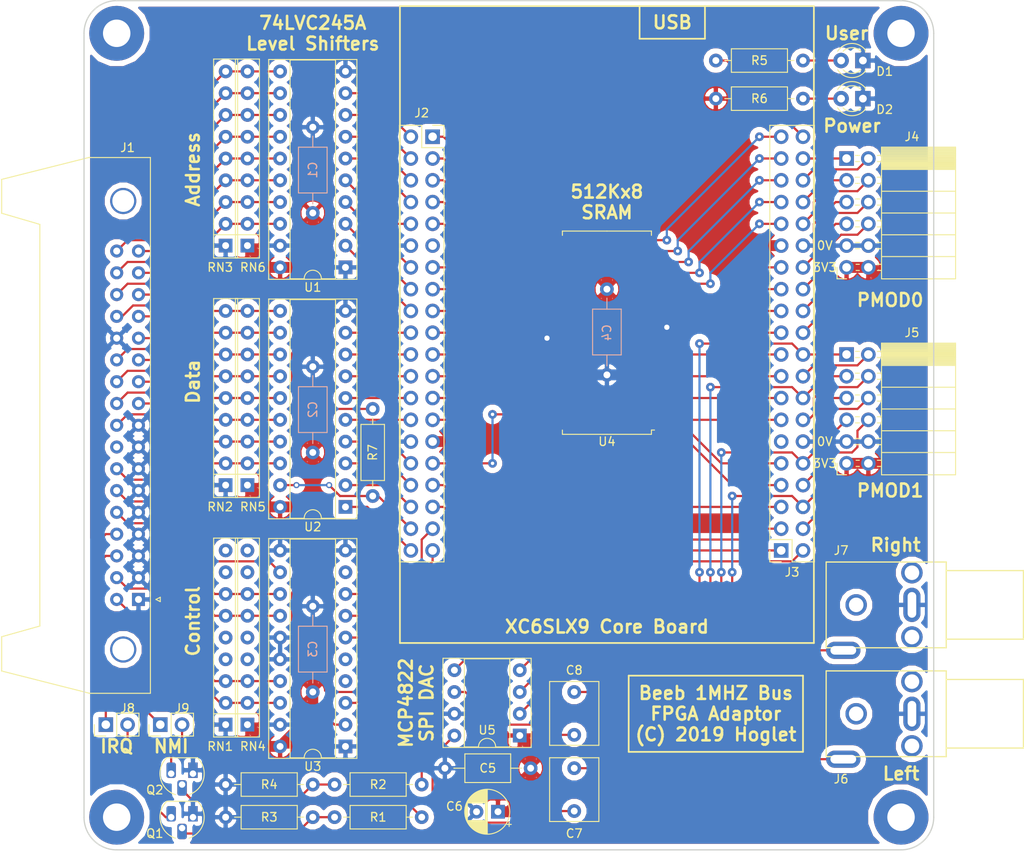
<source format=kicad_pcb>
(kicad_pcb (version 20171130) (host pcbnew 5.0.1-33cea8e~68~ubuntu16.04.1)
  (layers (0 F.Cu signal) (31 B.Cu signal) (34 B.Paste user) (35 F.Paste user) (36 B.SilkS user) (37 F.SilkS user) (38 B.Mask user) (39 F.Mask user) (44 Edge.Cuts user))
  (net 0 "")
  (net 1 "Net-(C7-Pad1)")
  (net 2 GND)
  (net 3 "Net-(C8-Pad1)")
  (net 4 "Net-(Q2-Pad2)")
  (net 5 "Net-(Q1-Pad2)")
  (net 6 /LV_NMI)
  (net 7 /LV_IRQ)
  (net 8 /NNMI)
  (net 9 /NIRQ)
  (net 10 /RAMA0)
  (net 11 /RAMA1)
  (net 12 /RAMA2)
  (net 13 /RAMA3)
  (net 14 /RAMA4)
  (net 15 /RAMCEL)
  (net 16 /RAMD0)
  (net 17 /RAMD1)
  (net 18 +3V3)
  (net 19 /RAMD2)
  (net 20 /RAMD3)
  (net 21 /RAMWEL)
  (net 22 /RAMA5)
  (net 23 /RAMA6)
  (net 24 /RAMA7)
  (net 25 /RAMA8)
  (net 26 /RAMA9)
  (net 27 "Net-(U4-Pad19)")
  (net 28 /RAMA10)
  (net 29 /RAMA11)
  (net 30 /RAMA12)
  (net 31 /RAMA13)
  (net 32 /RAMA14)
  (net 33 /RAMD4)
  (net 34 /RAMD5)
  (net 35 /RAMD6)
  (net 36 /RAMD7)
  (net 37 /RAMOEL)
  (net 38 /RAMA15)
  (net 39 /RAMA16)
  (net 40 /RAMA17)
  (net 41 /RAMA18)
  (net 42 "Net-(U4-Pad36)")
  (net 43 /PMOD1_1)
  (net 44 /PMOD1_3)
  (net 45 "Net-(C8-Pad2)")
  (net 46 /PMOD1_0)
  (net 47 /PMOD1_2)
  (net 48 "Net-(C7-Pad2)")
  (net 49 /A7)
  (net 50 /LV_A0)
  (net 51 /A6)
  (net 52 /LV_A1)
  (net 53 /A5)
  (net 54 /LV_A2)
  (net 55 /A4)
  (net 56 /LV_A3)
  (net 57 /A3)
  (net 58 /LV_A4)
  (net 59 /A2)
  (net 60 /LV_A5)
  (net 61 /A1)
  (net 62 /LV_A6)
  (net 63 /A0)
  (net 64 /LV_A7)
  (net 65 /LV_OEL)
  (net 66 /LV_D7)
  (net 67 /D0)
  (net 68 /LV_D6)
  (net 69 /D1)
  (net 70 /LV_D5)
  (net 71 /D2)
  (net 72 /LV_D4)
  (net 73 /D3)
  (net 74 /LV_D3)
  (net 75 /D4)
  (net 76 /LV_D2)
  (net 77 /D5)
  (net 78 /LV_D1)
  (net 79 /D6)
  (net 80 /LV_D0)
  (net 81 /D7)
  (net 82 /LV_DIR)
  (net 83 /LV_RnW)
  (net 84 /NRST)
  (net 85 /LV_1MHZE)
  (net 86 /NPGFD)
  (net 87 "Net-(U3-Pad4)")
  (net 88 /NPGFC)
  (net 89 "Net-(U3-Pad5)")
  (net 90 /LV_NPGFC)
  (net 91 /LV_NPGFD)
  (net 92 /1MHZE)
  (net 93 /LV_NRST)
  (net 94 /RnW)
  (net 95 "Net-(U3-Pad9)")
  (net 96 /PMOD1_7)
  (net 97 /PMOD1_6)
  (net 98 /PMOD1_5)
  (net 99 /PMOD1_4)
  (net 100 /PMOD0_7)
  (net 101 /PMOD0_3)
  (net 102 /PMOD0_6)
  (net 103 /PMOD0_2)
  (net 104 /PMOD0_5)
  (net 105 /PMOD0_1)
  (net 106 /PMOD0_4)
  (net 107 /PMOD0_0)
  (net 108 "Net-(J1-Pad16)")
  (net 109 "Net-(RN4-Pad4)")
  (net 110 "Net-(RN4-Pad5)")
  (net 111 "Net-(RN4-Pad8)")
  (net 112 "Net-(RN4-Pad9)")
  (net 113 "Net-(RN1-Pad9)")
  (net 114 "Net-(RN1-Pad8)")
  (net 115 "Net-(RN1-Pad5)")
  (net 116 "Net-(RN1-Pad4)")
  (net 117 "Net-(D1-Pad2)")
  (net 118 "Net-(J3-Pad40)")
  (net 119 "Net-(D2-Pad2)")
  (net 120 "Net-(H4-Pad1)")
  (net 121 "Net-(H3-Pad1)")
  (net 122 "Net-(H2-Pad1)")
  (net 123 "Net-(H1-Pad1)")
  (net 124 "Net-(J9-Pad2)")
  (net 125 "Net-(J8-Pad2)")
  (net 126 "Net-(J3-Pad11)")
  (net 127 "Net-(J2-Pad11)")
  (module Connector_PinHeader_2.54mm:PinHeader_1x02_P2.54mm_Vertical (layer F.Cu) (at 53.01 134.29 90)
    (fp_text reference J8 (at 1.905 2.54 180) (layer F.SilkS))
    (fp_text value Conn_01x02_Male)
    (pad 2 thru_hole oval (at 0 2.54 90) (size 1.7 1.7) (drill 1) (layers *.Cu *.Mask) (net 125 "Net-(J8-Pad2)"))
    (pad 1 thru_hole rect (at 0 0 90) (size 1.7 1.7) (drill 1) (layers *.Cu *.Mask) (net 9 /NIRQ))
  )
  (module Connector_PinHeader_2.54mm:PinHeader_1x02_P2.54mm_Vertical (layer F.Cu) (at 59.36 134.29 90)
    (fp_text reference J9 (at 1.905 2.54 180) (layer F.SilkS))
    (fp_text value Conn_01x02_Male)
    (pad 1 thru_hole rect (at 0 0 90) (size 1.7 1.7) (drill 1) (layers *.Cu *.Mask) (net 8 /NNMI))
    (pad 2 thru_hole oval (at 0 2.54 90) (size 1.7 1.7) (drill 1) (layers *.Cu *.Mask) (net 124 "Net-(J9-Pad2)"))
  )
  (module Resistor_THT:R_Axial_DIN0207_L6.3mm_D2.5mm_P10.16mm_Horizontal (layer F.Cu) (at 84.125 97.46 270)
    (fp_text reference R7 (at 5.08 0 270) (layer F.SilkS))
    (fp_text value 10K)
    (pad 1 thru_hole circle (at 0 0 270) (size 1.6 1.6) (drill 0.8) (layers *.Cu *.Mask) (net 18 +3V3))
    (pad 2 thru_hole oval (at 10.16 0 270) (size 1.6 1.6) (drill 0.8) (layers *.Cu *.Mask) (net 65 /LV_OEL))
  )
  (module MountingHole:MountingHole_3.2mm_M3_Pad (layer F.Cu) (at 54.28 53.645)
    (fp_text reference H1 hide)
    (fp_text value MountingHole_Pad)
    (pad 1 thru_hole circle (at 0 0) (size 6.4 6.4) (drill 3.2) (layers *.Cu *.Mask) (net 123 "Net-(H1-Pad1)"))
  )
  (module MountingHole:MountingHole_3.2mm_M3_Pad (layer F.Cu) (at 145.72 53.645)
    (fp_text reference H2 hide)
    (fp_text value MountingHole_Pad)
    (pad 1 thru_hole circle (at 0 0) (size 6.4 6.4) (drill 3.2) (layers *.Cu *.Mask) (net 122 "Net-(H2-Pad1)"))
  )
  (module MountingHole:MountingHole_3.2mm_M3_Pad (layer F.Cu) (at 54.28 145.085)
    (fp_text reference H3 hide)
    (fp_text value MountingHole_Pad)
    (pad 1 thru_hole circle (at 0 0) (size 6.4 6.4) (drill 3.2) (layers *.Cu *.Mask) (net 121 "Net-(H3-Pad1)"))
  )
  (module MountingHole:MountingHole_3.2mm_M3_Pad (layer F.Cu) (at 145.72 145.085)
    (fp_text reference H4 hide)
    (fp_text value MountingHole_Pad)
    (pad 1 thru_hole circle (at 0 0) (size 6.4 6.4) (drill 3.2) (layers *.Cu *.Mask) (net 120 "Net-(H4-Pad1)"))
  )
  (module Resistor_THT:R_Axial_DIN0207_L6.3mm_D2.5mm_P10.16mm_Horizontal (layer F.Cu) (at 77.14 145.085 180)
    (fp_text reference R3 (at 5.08 0 180) (layer F.SilkS))
    (fp_text value 1K0)
    (pad 2 thru_hole oval (at 10.16 0 180) (size 1.6 1.6) (drill 0.8) (layers *.Cu *.Mask) (net 2 GND))
    (pad 1 thru_hole circle (at 0 0 180) (size 1.6 1.6) (drill 0.8) (layers *.Cu *.Mask) (net 5 "Net-(Q1-Pad2)"))
  )
  (module Package_TO_SOT_THT:TO-92_HandSolder (layer F.Cu) (at 63.17 145.085 180)
    (fp_text reference Q1 (at 4.445 -1.905 180) (layer F.SilkS))
    (fp_text value 2N3904)
    (pad 1 thru_hole rect (at 0 0 180) (size 1.1 1.8) (drill 0.75 (offset 0 0.4)) (layers *.Cu *.Mask) (net 2 GND))
    (pad 3 thru_hole roundrect (at 2.54 0 180) (size 1.1 1.8) (drill 0.75 (offset 0 0.4)) (layers *.Cu *.Mask) (net 125 "Net-(J8-Pad2)"))
    (pad 2 thru_hole roundrect (at 1.27 -1.27 180) (size 1.1 1.8) (drill 0.75 (offset 0 -0.4)) (layers *.Cu *.Mask) (net 5 "Net-(Q1-Pad2)"))
  )
  (module Package_TO_SOT_THT:TO-92_HandSolder (layer F.Cu) (at 63.17 140.005 180)
    (fp_text reference Q2 (at 4.445 -1.905 180) (layer F.SilkS))
    (fp_text value 2N3904)
    (pad 2 thru_hole roundrect (at 1.27 -1.27 180) (size 1.1 1.8) (drill 0.75 (offset 0 -0.4)) (layers *.Cu *.Mask) (net 4 "Net-(Q2-Pad2)"))
    (pad 3 thru_hole roundrect (at 2.54 0 180) (size 1.1 1.8) (drill 0.75 (offset 0 0.4)) (layers *.Cu *.Mask) (net 124 "Net-(J9-Pad2)"))
    (pad 1 thru_hole rect (at 0 0 180) (size 1.1 1.8) (drill 0.75 (offset 0 0.4)) (layers *.Cu *.Mask) (net 2 GND))
  )
  (module footprints:PinSocket_2x06_P2.54mm_Horizontal (layer F.Cu) (at 139.37 80.95 180)
    (fp_text reference J4 (at -7.62 15.24 180) (layer F.SilkS))
    (fp_text value Conn_02x06_Top_Bottom)
    (pad 12 thru_hole oval (at -2.54 0 180) (size 1.7 1.7) (drill 1) (layers *.Cu *.Mask) (net 18 +3V3))
    (pad 11 thru_hole oval (at -2.54 2.54 180) (size 1.7 1.7) (drill 1) (layers *.Cu *.Mask) (net 2 GND))
    (pad 10 thru_hole oval (at -2.54 5.08 180) (size 1.7 1.7) (drill 1) (layers *.Cu *.Mask) (net 100 /PMOD0_7))
    (pad 9 thru_hole oval (at -2.54 7.62 180) (size 1.7 1.7) (drill 1) (layers *.Cu *.Mask) (net 102 /PMOD0_6))
    (pad 8 thru_hole oval (at -2.54 10.16 180) (size 1.7 1.7) (drill 1) (layers *.Cu *.Mask) (net 104 /PMOD0_5))
    (pad 7 thru_hole oval (at -2.54 12.7 180) (size 1.7 1.7) (drill 1) (layers *.Cu *.Mask) (net 106 /PMOD0_4))
    (pad 6 thru_hole oval (at 0 0 180) (size 1.7 1.7) (drill 1) (layers *.Cu *.Mask) (net 18 +3V3))
    (pad 5 thru_hole oval (at 0 2.54 180) (size 1.7 1.7) (drill 1) (layers *.Cu *.Mask) (net 2 GND))
    (pad 4 thru_hole oval (at 0 5.08 180) (size 1.7 1.7) (drill 1) (layers *.Cu *.Mask) (net 101 /PMOD0_3))
    (pad 3 thru_hole oval (at 0 7.62 180) (size 1.7 1.7) (drill 1) (layers *.Cu *.Mask) (net 103 /PMOD0_2))
    (pad 2 thru_hole oval (at 0 10.16 180) (size 1.7 1.7) (drill 1) (layers *.Cu *.Mask) (net 105 /PMOD0_1))
    (pad 1 thru_hole rect (at 0 12.7 180) (size 1.7 1.7) (drill 1) (layers *.Cu *.Mask) (net 107 /PMOD0_0))
  )
  (module footprints:PinSocket_2x06_P2.54mm_Horizontal (layer F.Cu) (at 139.37 103.81 180)
    (fp_text reference J5 (at -7.62 15.24 180) (layer F.SilkS))
    (fp_text value Conn_02x06_Top_Bottom)
    (pad 12 thru_hole oval (at -2.54 0 180) (size 1.7 1.7) (drill 1) (layers *.Cu *.Mask) (net 18 +3V3))
    (pad 11 thru_hole oval (at -2.54 2.54 180) (size 1.7 1.7) (drill 1) (layers *.Cu *.Mask) (net 2 GND))
    (pad 10 thru_hole oval (at -2.54 5.08 180) (size 1.7 1.7) (drill 1) (layers *.Cu *.Mask) (net 96 /PMOD1_7))
    (pad 9 thru_hole oval (at -2.54 7.62 180) (size 1.7 1.7) (drill 1) (layers *.Cu *.Mask) (net 97 /PMOD1_6))
    (pad 8 thru_hole oval (at -2.54 10.16 180) (size 1.7 1.7) (drill 1) (layers *.Cu *.Mask) (net 98 /PMOD1_5))
    (pad 7 thru_hole oval (at -2.54 12.7 180) (size 1.7 1.7) (drill 1) (layers *.Cu *.Mask) (net 99 /PMOD1_4))
    (pad 6 thru_hole oval (at 0 0 180) (size 1.7 1.7) (drill 1) (layers *.Cu *.Mask) (net 18 +3V3))
    (pad 5 thru_hole oval (at 0 2.54 180) (size 1.7 1.7) (drill 1) (layers *.Cu *.Mask) (net 2 GND))
    (pad 4 thru_hole oval (at 0 5.08 180) (size 1.7 1.7) (drill 1) (layers *.Cu *.Mask) (net 44 /PMOD1_3))
    (pad 3 thru_hole oval (at 0 7.62 180) (size 1.7 1.7) (drill 1) (layers *.Cu *.Mask) (net 47 /PMOD1_2))
    (pad 2 thru_hole oval (at 0 10.16 180) (size 1.7 1.7) (drill 1) (layers *.Cu *.Mask) (net 43 /PMOD1_1))
    (pad 1 thru_hole rect (at 0 12.7 180) (size 1.7 1.7) (drill 1) (layers *.Cu *.Mask) (net 46 /PMOD1_0))
  )
  (module LED_THT:LED_D3.0mm (layer F.Cu) (at 141.275 56.82 180)
    (fp_text reference D1 (at -2.54 -1.27 180) (layer F.SilkS))
    (fp_text value LED)
    (pad 2 thru_hole circle (at 2.54 0 180) (size 1.8 1.8) (drill 0.9) (layers *.Cu *.Mask) (net 117 "Net-(D1-Pad2)"))
    (pad 1 thru_hole rect (at 0 0 180) (size 1.8 1.8) (drill 0.9) (layers *.Cu *.Mask) (net 2 GND))
  )
  (module LED_THT:LED_D3.0mm (layer F.Cu) (at 141.275 61.265 180)
    (fp_text reference D2 (at -2.54 -1.27 180) (layer F.SilkS))
    (fp_text value LED)
    (pad 2 thru_hole circle (at 2.54 0 180) (size 1.8 1.8) (drill 0.9) (layers *.Cu *.Mask) (net 119 "Net-(D2-Pad2)"))
    (pad 1 thru_hole rect (at 0 0 180) (size 1.8 1.8) (drill 0.9) (layers *.Cu *.Mask) (net 2 GND))
  )
  (module Resistor_THT:R_Axial_DIN0207_L6.3mm_D2.5mm_P10.16mm_Horizontal (layer F.Cu) (at 134.29 61.265 180)
    (fp_text reference R6 (at 5.08 0 180) (layer F.SilkS))
    (fp_text value 330)
    (pad 2 thru_hole oval (at 10.16 0 180) (size 1.6 1.6) (drill 0.8) (layers *.Cu *.Mask) (net 18 +3V3))
    (pad 1 thru_hole circle (at 0 0 180) (size 1.6 1.6) (drill 0.8) (layers *.Cu *.Mask) (net 119 "Net-(D2-Pad2)"))
  )
  (module Resistor_THT:R_Axial_DIN0207_L6.3mm_D2.5mm_P10.16mm_Horizontal (layer F.Cu) (at 134.29 56.82 180)
    (fp_text reference R5 (at 5.08 0 180) (layer F.SilkS))
    (fp_text value 330)
    (pad 2 thru_hole oval (at 10.16 0 180) (size 1.6 1.6) (drill 0.8) (layers *.Cu *.Mask) (net 118 "Net-(J3-Pad40)"))
    (pad 1 thru_hole circle (at 0 0 180) (size 1.6 1.6) (drill 0.8) (layers *.Cu *.Mask) (net 117 "Net-(D1-Pad2)"))
  )
  (module Capacitor_THT:C_Rect_L7.2mm_W5.5mm_P5.00mm_FKS2_FKP2_MKS2_MKP2 (layer F.Cu) (at 107.62 130.48 270)
    (fp_text reference C8 (at -2.54 0) (layer F.SilkS))
    (fp_text value 1u)
    (pad 2 thru_hole circle (at 5 0 270) (size 1.6 1.6) (drill 0.8) (layers *.Cu *.Mask) (net 45 "Net-(C8-Pad2)"))
    (pad 1 thru_hole circle (at 0 0 270) (size 1.6 1.6) (drill 0.8) (layers *.Cu *.Mask) (net 3 "Net-(C8-Pad1)"))
  )
  (module Connector_IDC:IDC-Header_2x17_P2.54mm_Horizontal_Lock (layer F.Cu) (at 56.82 119.685 180)
    (fp_text reference J1 (at 1.27 52.705 180) (layer F.SilkS))
    (fp_text value Conn_02x17_Odd_Even)
    (pad 34 thru_hole circle (at 2.54 40.64 90) (size 1.52 1.52) (drill 0.81) (layers *.Cu *.Mask) (net 49 /A7))
    (pad 33 thru_hole circle (at 0 40.64 90) (size 1.52 1.52) (drill 0.81) (layers *.Cu *.Mask) (net 51 /A6))
    (pad 32 thru_hole circle (at 2.54 38.1 90) (size 1.52 1.52) (drill 0.81) (layers *.Cu *.Mask) (net 53 /A5))
    (pad 31 thru_hole circle (at 0 38.1 90) (size 1.52 1.52) (drill 0.81) (layers *.Cu *.Mask) (net 55 /A4))
    (pad 30 thru_hole circle (at 2.54 35.56 90) (size 1.52 1.52) (drill 0.81) (layers *.Cu *.Mask) (net 57 /A3))
    (pad 29 thru_hole circle (at 0 35.56 90) (size 1.52 1.52) (drill 0.81) (layers *.Cu *.Mask) (net 59 /A2))
    (pad 28 thru_hole circle (at 2.54 33.02 90) (size 1.52 1.52) (drill 0.81) (layers *.Cu *.Mask) (net 61 /A1))
    (pad 27 thru_hole circle (at 0 33.02 90) (size 1.52 1.52) (drill 0.81) (layers *.Cu *.Mask) (net 63 /A0))
    (pad 26 thru_hole circle (at 2.54 30.48 90) (size 1.52 1.52) (drill 0.81) (layers *.Cu *.Mask) (net 2 GND))
    (pad 25 thru_hole circle (at 0 30.48 90) (size 1.52 1.52) (drill 0.81) (layers *.Cu *.Mask) (net 81 /D7))
    (pad 24 thru_hole circle (at 2.54 27.94 90) (size 1.52 1.52) (drill 0.81) (layers *.Cu *.Mask) (net 79 /D6))
    (pad 23 thru_hole circle (at 0 27.94 90) (size 1.52 1.52) (drill 0.81) (layers *.Cu *.Mask) (net 77 /D5))
    (pad 22 thru_hole circle (at 2.54 25.4 90) (size 1.52 1.52) (drill 0.81) (layers *.Cu *.Mask) (net 75 /D4))
    (pad 21 thru_hole circle (at 0 25.4 90) (size 1.52 1.52) (drill 0.81) (layers *.Cu *.Mask) (net 73 /D3))
    (pad 20 thru_hole circle (at 2.54 22.86 90) (size 1.52 1.52) (drill 0.81) (layers *.Cu *.Mask) (net 71 /D2))
    (pad 19 thru_hole circle (at 0 22.86 90) (size 1.52 1.52) (drill 0.81) (layers *.Cu *.Mask) (net 69 /D1))
    (pad 18 thru_hole circle (at 2.54 20.32 90) (size 1.52 1.52) (drill 0.81) (layers *.Cu *.Mask) (net 67 /D0))
    (pad 17 thru_hole circle (at 0 20.32 90) (size 1.52 1.52) (drill 0.81) (layers *.Cu *.Mask) (net 2 GND))
    (pad 16 thru_hole circle (at 2.54 17.78 90) (size 1.52 1.52) (drill 0.81) (layers *.Cu *.Mask) (net 108 "Net-(J1-Pad16)"))
    (pad 15 thru_hole circle (at 0 17.78 90) (size 1.52 1.52) (drill 0.81) (layers *.Cu *.Mask) (net 2 GND))
    (pad 14 thru_hole circle (at 2.54 15.24 90) (size 1.52 1.52) (drill 0.81) (layers *.Cu *.Mask) (net 84 /NRST))
    (pad 13 thru_hole circle (at 0 15.24 90) (size 1.52 1.52) (drill 0.81) (layers *.Cu *.Mask) (net 2 GND))
    (pad 12 thru_hole circle (at 2.54 12.7 90) (size 1.52 1.52) (drill 0.81) (layers *.Cu *.Mask) (net 86 /NPGFD))
    (pad 11 thru_hole circle (at 0 12.7 90) (size 1.52 1.52) (drill 0.81) (layers *.Cu *.Mask) (net 2 GND))
    (pad 10 thru_hole circle (at 2.54 10.16 90) (size 1.52 1.52) (drill 0.81) (layers *.Cu *.Mask) (net 88 /NPGFC))
    (pad 9 thru_hole circle (at 0 10.16 90) (size 1.52 1.52) (drill 0.81) (layers *.Cu *.Mask) (net 2 GND))
    (pad 8 thru_hole circle (at 2.54 7.62 90) (size 1.52 1.52) (drill 0.81) (layers *.Cu *.Mask) (net 9 /NIRQ))
    (pad 7 thru_hole circle (at 0 7.62 90) (size 1.52 1.52) (drill 0.81) (layers *.Cu *.Mask) (net 2 GND))
    (pad 6 thru_hole circle (at 2.54 5.08 90) (size 1.52 1.52) (drill 0.81) (layers *.Cu *.Mask) (net 8 /NNMI))
    (pad 5 thru_hole circle (at 0 5.08 90) (size 1.52 1.52) (drill 0.81) (layers *.Cu *.Mask) (net 2 GND))
    (pad 4 thru_hole circle (at 2.54 2.54 90) (size 1.52 1.52) (drill 0.81) (layers *.Cu *.Mask) (net 92 /1MHZE))
    (pad 3 thru_hole circle (at 0 2.54 90) (size 1.52 1.52) (drill 0.81) (layers *.Cu *.Mask) (net 2 GND))
    (pad 2 thru_hole circle (at 2.54 0 90) (size 1.52 1.52) (drill 0.81) (layers *.Cu *.Mask) (net 94 /RnW))
    (pad 1 thru_hole rect (at 0 0 90) (size 1.52 1.52) (drill 0.81) (layers *.Cu *.Mask) (net 2 GND))
    (pad "" thru_hole circle (at 1.78 46.48 90) (size 3.05 3.05) (drill 2.54) (layers *.Cu *.Mask))
    (pad "" thru_hole circle (at 1.78 -5.84 90) (size 3.05 3.05) (drill 2.54) (layers *.Cu *.Mask))
  )
  (module Capacitor_THT:C_Rect_L7.2mm_W5.5mm_P5.00mm_FKS2_FKP2_MKS2_MKP2 (layer F.Cu) (at 107.62 139.37 270)
    (fp_text reference C7 (at 7.62 0) (layer F.SilkS))
    (fp_text value 1u)
    (pad 2 thru_hole circle (at 5 0 270) (size 1.6 1.6) (drill 0.8) (layers *.Cu *.Mask) (net 48 "Net-(C7-Pad2)"))
    (pad 1 thru_hole circle (at 0 0 270) (size 1.6 1.6) (drill 0.8) (layers *.Cu *.Mask) (net 1 "Net-(C7-Pad1)"))
  )
  (module Resistor_THT:R_Array_SIP9 (layer F.Cu) (at 66.98 134.29 90)
    (fp_text reference RN1 (at -2.54 -0.635 180) (layer F.SilkS))
    (fp_text value R_Network08)
    (pad 9 thru_hole oval (at 20.32 0 90) (size 1.6 1.6) (drill 0.8) (layers *.Cu *.Mask) (net 113 "Net-(RN1-Pad9)"))
    (pad 8 thru_hole oval (at 17.78 0 90) (size 1.6 1.6) (drill 0.8) (layers *.Cu *.Mask) (net 114 "Net-(RN1-Pad8)"))
    (pad 7 thru_hole oval (at 15.24 0 90) (size 1.6 1.6) (drill 0.8) (layers *.Cu *.Mask) (net 86 /NPGFD))
    (pad 6 thru_hole oval (at 12.7 0 90) (size 1.6 1.6) (drill 0.8) (layers *.Cu *.Mask) (net 88 /NPGFC))
    (pad 5 thru_hole oval (at 10.16 0 90) (size 1.6 1.6) (drill 0.8) (layers *.Cu *.Mask) (net 115 "Net-(RN1-Pad5)"))
    (pad 4 thru_hole oval (at 7.62 0 90) (size 1.6 1.6) (drill 0.8) (layers *.Cu *.Mask) (net 116 "Net-(RN1-Pad4)"))
    (pad 3 thru_hole oval (at 5.08 0 90) (size 1.6 1.6) (drill 0.8) (layers *.Cu *.Mask) (net 92 /1MHZE))
    (pad 2 thru_hole oval (at 2.54 0 90) (size 1.6 1.6) (drill 0.8) (layers *.Cu *.Mask) (net 94 /RnW))
    (pad 1 thru_hole rect (at 0 0 90) (size 1.6 1.6) (drill 0.8) (layers *.Cu *.Mask) (net 2 GND))
  )
  (module Resistor_THT:R_Array_SIP9 (layer F.Cu) (at 66.98 106.35 90)
    (fp_text reference RN2 (at -2.54 -0.635 180) (layer F.SilkS))
    (fp_text value R_Network08)
    (pad 9 thru_hole oval (at 20.32 0 90) (size 1.6 1.6) (drill 0.8) (layers *.Cu *.Mask) (net 81 /D7))
    (pad 8 thru_hole oval (at 17.78 0 90) (size 1.6 1.6) (drill 0.8) (layers *.Cu *.Mask) (net 79 /D6))
    (pad 7 thru_hole oval (at 15.24 0 90) (size 1.6 1.6) (drill 0.8) (layers *.Cu *.Mask) (net 77 /D5))
    (pad 6 thru_hole oval (at 12.7 0 90) (size 1.6 1.6) (drill 0.8) (layers *.Cu *.Mask) (net 75 /D4))
    (pad 5 thru_hole oval (at 10.16 0 90) (size 1.6 1.6) (drill 0.8) (layers *.Cu *.Mask) (net 73 /D3))
    (pad 4 thru_hole oval (at 7.62 0 90) (size 1.6 1.6) (drill 0.8) (layers *.Cu *.Mask) (net 71 /D2))
    (pad 3 thru_hole oval (at 5.08 0 90) (size 1.6 1.6) (drill 0.8) (layers *.Cu *.Mask) (net 69 /D1))
    (pad 2 thru_hole oval (at 2.54 0 90) (size 1.6 1.6) (drill 0.8) (layers *.Cu *.Mask) (net 67 /D0))
    (pad 1 thru_hole rect (at 0 0 90) (size 1.6 1.6) (drill 0.8) (layers *.Cu *.Mask) (net 2 GND))
  )
  (module Resistor_THT:R_Array_SIP9 (layer F.Cu) (at 66.98 78.41 90)
    (fp_text reference RN3 (at -2.54 -0.635 180) (layer F.SilkS))
    (fp_text value R_Network08)
    (pad 9 thru_hole oval (at 20.32 0 90) (size 1.6 1.6) (drill 0.8) (layers *.Cu *.Mask) (net 49 /A7))
    (pad 8 thru_hole oval (at 17.78 0 90) (size 1.6 1.6) (drill 0.8) (layers *.Cu *.Mask) (net 51 /A6))
    (pad 7 thru_hole oval (at 15.24 0 90) (size 1.6 1.6) (drill 0.8) (layers *.Cu *.Mask) (net 53 /A5))
    (pad 6 thru_hole oval (at 12.7 0 90) (size 1.6 1.6) (drill 0.8) (layers *.Cu *.Mask) (net 55 /A4))
    (pad 5 thru_hole oval (at 10.16 0 90) (size 1.6 1.6) (drill 0.8) (layers *.Cu *.Mask) (net 57 /A3))
    (pad 4 thru_hole oval (at 7.62 0 90) (size 1.6 1.6) (drill 0.8) (layers *.Cu *.Mask) (net 59 /A2))
    (pad 3 thru_hole oval (at 5.08 0 90) (size 1.6 1.6) (drill 0.8) (layers *.Cu *.Mask) (net 61 /A1))
    (pad 2 thru_hole oval (at 2.54 0 90) (size 1.6 1.6) (drill 0.8) (layers *.Cu *.Mask) (net 63 /A0))
    (pad 1 thru_hole rect (at 0 0 90) (size 1.6 1.6) (drill 0.8) (layers *.Cu *.Mask) (net 2 GND))
  )
  (module Resistor_THT:R_Array_SIP9 (layer F.Cu) (at 69.52 134.29 90)
    (fp_text reference RN4 (at -2.54 0.635 180) (layer F.SilkS))
    (fp_text value R_Network08)
    (pad 9 thru_hole oval (at 20.32 0 90) (size 1.6 1.6) (drill 0.8) (layers *.Cu *.Mask) (net 112 "Net-(RN4-Pad9)"))
    (pad 8 thru_hole oval (at 17.78 0 90) (size 1.6 1.6) (drill 0.8) (layers *.Cu *.Mask) (net 111 "Net-(RN4-Pad8)"))
    (pad 7 thru_hole oval (at 15.24 0 90) (size 1.6 1.6) (drill 0.8) (layers *.Cu *.Mask) (net 86 /NPGFD))
    (pad 6 thru_hole oval (at 12.7 0 90) (size 1.6 1.6) (drill 0.8) (layers *.Cu *.Mask) (net 88 /NPGFC))
    (pad 5 thru_hole oval (at 10.16 0 90) (size 1.6 1.6) (drill 0.8) (layers *.Cu *.Mask) (net 110 "Net-(RN4-Pad5)"))
    (pad 4 thru_hole oval (at 7.62 0 90) (size 1.6 1.6) (drill 0.8) (layers *.Cu *.Mask) (net 109 "Net-(RN4-Pad4)"))
    (pad 3 thru_hole oval (at 5.08 0 90) (size 1.6 1.6) (drill 0.8) (layers *.Cu *.Mask) (net 92 /1MHZE))
    (pad 2 thru_hole oval (at 2.54 0 90) (size 1.6 1.6) (drill 0.8) (layers *.Cu *.Mask) (net 94 /RnW))
    (pad 1 thru_hole rect (at 0 0 90) (size 1.6 1.6) (drill 0.8) (layers *.Cu *.Mask) (net 18 +3V3))
  )
  (module Resistor_THT:R_Array_SIP9 (layer F.Cu) (at 69.52 106.35 90)
    (fp_text reference RN5 (at -2.54 0.635 180) (layer F.SilkS))
    (fp_text value R_Network08)
    (pad 9 thru_hole oval (at 20.32 0 90) (size 1.6 1.6) (drill 0.8) (layers *.Cu *.Mask) (net 81 /D7))
    (pad 8 thru_hole oval (at 17.78 0 90) (size 1.6 1.6) (drill 0.8) (layers *.Cu *.Mask) (net 79 /D6))
    (pad 7 thru_hole oval (at 15.24 0 90) (size 1.6 1.6) (drill 0.8) (layers *.Cu *.Mask) (net 77 /D5))
    (pad 6 thru_hole oval (at 12.7 0 90) (size 1.6 1.6) (drill 0.8) (layers *.Cu *.Mask) (net 75 /D4))
    (pad 5 thru_hole oval (at 10.16 0 90) (size 1.6 1.6) (drill 0.8) (layers *.Cu *.Mask) (net 73 /D3))
    (pad 4 thru_hole oval (at 7.62 0 90) (size 1.6 1.6) (drill 0.8) (layers *.Cu *.Mask) (net 71 /D2))
    (pad 3 thru_hole oval (at 5.08 0 90) (size 1.6 1.6) (drill 0.8) (layers *.Cu *.Mask) (net 69 /D1))
    (pad 2 thru_hole oval (at 2.54 0 90) (size 1.6 1.6) (drill 0.8) (layers *.Cu *.Mask) (net 67 /D0))
    (pad 1 thru_hole rect (at 0 0 90) (size 1.6 1.6) (drill 0.8) (layers *.Cu *.Mask) (net 18 +3V3))
  )
  (module Resistor_THT:R_Array_SIP9 (layer F.Cu) (at 69.52 78.41 90)
    (fp_text reference RN6 (at -2.54 0.635 180) (layer F.SilkS))
    (fp_text value R_Network08)
    (pad 9 thru_hole oval (at 20.32 0 90) (size 1.6 1.6) (drill 0.8) (layers *.Cu *.Mask) (net 49 /A7))
    (pad 8 thru_hole oval (at 17.78 0 90) (size 1.6 1.6) (drill 0.8) (layers *.Cu *.Mask) (net 51 /A6))
    (pad 7 thru_hole oval (at 15.24 0 90) (size 1.6 1.6) (drill 0.8) (layers *.Cu *.Mask) (net 53 /A5))
    (pad 6 thru_hole oval (at 12.7 0 90) (size 1.6 1.6) (drill 0.8) (layers *.Cu *.Mask) (net 55 /A4))
    (pad 5 thru_hole oval (at 10.16 0 90) (size 1.6 1.6) (drill 0.8) (layers *.Cu *.Mask) (net 57 /A3))
    (pad 4 thru_hole oval (at 7.62 0 90) (size 1.6 1.6) (drill 0.8) (layers *.Cu *.Mask) (net 59 /A2))
    (pad 3 thru_hole oval (at 5.08 0 90) (size 1.6 1.6) (drill 0.8) (layers *.Cu *.Mask) (net 61 /A1))
    (pad 2 thru_hole oval (at 2.54 0 90) (size 1.6 1.6) (drill 0.8) (layers *.Cu *.Mask) (net 63 /A0))
    (pad 1 thru_hole rect (at 0 0 90) (size 1.6 1.6) (drill 0.8) (layers *.Cu *.Mask) (net 18 +3V3))
  )
  (module Capacitor_THT:CP_Radial_D5.0mm_P2.50mm (layer F.Cu) (at 98.73 144.45 180)
    (fp_text reference C6 (at 5.08 0.635 180) (layer F.SilkS))
    (fp_text value 10u)
    (pad 2 thru_hole circle (at 2.5 0 180) (size 1.6 1.6) (drill 0.8) (layers *.Cu *.Mask) (net 2 GND))
    (pad 1 thru_hole rect (at 0 0 180) (size 1.6 1.6) (drill 0.8) (layers *.Cu *.Mask) (net 18 +3V3))
  )
  (module Capacitor_THT:C_Axial_L5.1mm_D3.1mm_P10.00mm_Horizontal (layer B.Cu) (at 77.14 74.6 90)
    (fp_text reference C1 (at 5 0 90) (layer B.SilkS) (effects (justify mirror)))
    (fp_text value 100n)
    (pad 2 thru_hole oval (at 10 0 90) (size 1.6 1.6) (drill 0.8) (layers *.Cu *.Mask) (net 2 GND))
    (pad 1 thru_hole circle (at 0 0 90) (size 1.6 1.6) (drill 0.8) (layers *.Cu *.Mask) (net 18 +3V3))
  )
  (module Capacitor_THT:C_Axial_L5.1mm_D3.1mm_P10.00mm_Horizontal (layer B.Cu) (at 77.14 102.54 90)
    (fp_text reference C2 (at 5 0 90) (layer B.SilkS) (effects (justify mirror)))
    (fp_text value 100n)
    (pad 2 thru_hole oval (at 10 0 90) (size 1.6 1.6) (drill 0.8) (layers *.Cu *.Mask) (net 2 GND))
    (pad 1 thru_hole circle (at 0 0 90) (size 1.6 1.6) (drill 0.8) (layers *.Cu *.Mask) (net 18 +3V3))
  )
  (module Capacitor_THT:C_Axial_L5.1mm_D3.1mm_P10.00mm_Horizontal (layer B.Cu) (at 77.14 130.48 90)
    (fp_text reference C3 (at 5 0 90) (layer B.SilkS) (effects (justify mirror)))
    (fp_text value 100n)
    (pad 2 thru_hole oval (at 10 0 90) (size 1.6 1.6) (drill 0.8) (layers *.Cu *.Mask) (net 2 GND))
    (pad 1 thru_hole circle (at 0 0 90) (size 1.6 1.6) (drill 0.8) (layers *.Cu *.Mask) (net 18 +3V3))
  )
  (module Capacitor_THT:C_Axial_L5.1mm_D3.1mm_P10.00mm_Horizontal (layer B.Cu) (at 111.43 83.49 270)
    (fp_text reference C4 (at 5.08 0 270) (layer B.SilkS) (effects (justify mirror)))
    (fp_text value 100n)
    (pad 2 thru_hole oval (at 10 0 270) (size 1.6 1.6) (drill 0.8) (layers *.Cu *.Mask) (net 2 GND))
    (pad 1 thru_hole circle (at 0 0 270) (size 1.6 1.6) (drill 0.8) (layers *.Cu *.Mask) (net 18 +3V3))
  )
  (module Capacitor_THT:C_Axial_L5.1mm_D3.1mm_P10.00mm_Horizontal (layer F.Cu) (at 102.54 139.37 180)
    (fp_text reference C5 (at 5 0 180) (layer F.SilkS))
    (fp_text value 100n)
    (pad 2 thru_hole oval (at 10 0 180) (size 1.6 1.6) (drill 0.8) (layers *.Cu *.Mask) (net 2 GND))
    (pad 1 thru_hole circle (at 0 0 180) (size 1.6 1.6) (drill 0.8) (layers *.Cu *.Mask) (net 18 +3V3))
  )
  (module Connector_PinSocket_2.54mm:PinSocket_2x20_P2.54mm_Vertical (layer F.Cu) (at 91.11 65.71)
    (fp_text reference J2 (at -1.27 -2.77) (layer F.SilkS))
    (fp_text value Conn_02x20_Odd_Even)
    (pad 40 thru_hole oval (at -2.54 48.26) (size 1.7 1.7) (drill 1) (layers *.Cu *.Mask) (net 82 /LV_DIR))
    (pad 39 thru_hole oval (at 0 48.26) (size 1.7 1.7) (drill 1) (layers *.Cu *.Mask) (net 91 /LV_NPGFD))
    (pad 38 thru_hole oval (at -2.54 45.72) (size 1.7 1.7) (drill 1) (layers *.Cu *.Mask) (net 65 /LV_OEL))
    (pad 37 thru_hole oval (at 0 45.72) (size 1.7 1.7) (drill 1) (layers *.Cu *.Mask) (net 93 /LV_NRST))
    (pad 36 thru_hole oval (at -2.54 43.18) (size 1.7 1.7) (drill 1) (layers *.Cu *.Mask) (net 80 /LV_D0))
    (pad 35 thru_hole oval (at 0 43.18) (size 1.7 1.7) (drill 1) (layers *.Cu *.Mask) (net 90 /LV_NPGFC))
    (pad 34 thru_hole oval (at -2.54 40.64) (size 1.7 1.7) (drill 1) (layers *.Cu *.Mask) (net 78 /LV_D1))
    (pad 33 thru_hole oval (at 0 40.64) (size 1.7 1.7) (drill 1) (layers *.Cu *.Mask) (net 83 /LV_RnW))
    (pad 32 thru_hole oval (at -2.54 38.1) (size 1.7 1.7) (drill 1) (layers *.Cu *.Mask) (net 76 /LV_D2))
    (pad 31 thru_hole oval (at 0 38.1) (size 1.7 1.7) (drill 1) (layers *.Cu *.Mask) (net 41 /RAMA18))
    (pad 30 thru_hole oval (at -2.54 35.56) (size 1.7 1.7) (drill 1) (layers *.Cu *.Mask) (net 2 GND))
    (pad 29 thru_hole oval (at 0 35.56) (size 1.7 1.7) (drill 1) (layers *.Cu *.Mask) (net 18 +3V3))
    (pad 28 thru_hole oval (at -2.54 33.02) (size 1.7 1.7) (drill 1) (layers *.Cu *.Mask) (net 74 /LV_D3))
    (pad 27 thru_hole oval (at 0 33.02) (size 1.7 1.7) (drill 1) (layers *.Cu *.Mask) (net 40 /RAMA17))
    (pad 26 thru_hole oval (at -2.54 30.48) (size 1.7 1.7) (drill 1) (layers *.Cu *.Mask) (net 72 /LV_D4))
    (pad 25 thru_hole oval (at 0 30.48) (size 1.7 1.7) (drill 1) (layers *.Cu *.Mask) (net 39 /RAMA16))
    (pad 24 thru_hole oval (at -2.54 27.94) (size 1.7 1.7) (drill 1) (layers *.Cu *.Mask) (net 70 /LV_D5))
    (pad 23 thru_hole oval (at 0 27.94) (size 1.7 1.7) (drill 1) (layers *.Cu *.Mask) (net 38 /RAMA15))
    (pad 22 thru_hole oval (at -2.54 25.4) (size 1.7 1.7) (drill 1) (layers *.Cu *.Mask) (net 68 /LV_D6))
    (pad 21 thru_hole oval (at 0 25.4) (size 1.7 1.7) (drill 1) (layers *.Cu *.Mask) (net 37 /RAMOEL))
    (pad 20 thru_hole oval (at -2.54 22.86) (size 1.7 1.7) (drill 1) (layers *.Cu *.Mask) (net 66 /LV_D7))
    (pad 19 thru_hole oval (at 0 22.86) (size 1.7 1.7) (drill 1) (layers *.Cu *.Mask) (net 36 /RAMD7))
    (pad 18 thru_hole oval (at -2.54 20.32) (size 1.7 1.7) (drill 1) (layers *.Cu *.Mask) (net 50 /LV_A0))
    (pad 17 thru_hole oval (at 0 20.32) (size 1.7 1.7) (drill 1) (layers *.Cu *.Mask) (net 35 /RAMD6))
    (pad 16 thru_hole oval (at -2.54 17.78) (size 1.7 1.7) (drill 1) (layers *.Cu *.Mask) (net 52 /LV_A1))
    (pad 15 thru_hole oval (at 0 17.78) (size 1.7 1.7) (drill 1) (layers *.Cu *.Mask) (net 34 /RAMD5))
    (pad 14 thru_hole oval (at -2.54 15.24) (size 1.7 1.7) (drill 1) (layers *.Cu *.Mask) (net 54 /LV_A2))
    (pad 13 thru_hole oval (at 0 15.24) (size 1.7 1.7) (drill 1) (layers *.Cu *.Mask) (net 33 /RAMD4))
    (pad 12 thru_hole oval (at -2.54 12.7) (size 1.7 1.7) (drill 1) (layers *.Cu *.Mask) (net 2 GND))
    (pad 11 thru_hole oval (at 0 12.7) (size 1.7 1.7) (drill 1) (layers *.Cu *.Mask) (net 127 "Net-(J2-Pad11)"))
    (pad 10 thru_hole oval (at -2.54 10.16) (size 1.7 1.7) (drill 1) (layers *.Cu *.Mask) (net 56 /LV_A3))
    (pad 9 thru_hole oval (at 0 10.16) (size 1.7 1.7) (drill 1) (layers *.Cu *.Mask) (net 32 /RAMA14))
    (pad 8 thru_hole oval (at -2.54 7.62) (size 1.7 1.7) (drill 1) (layers *.Cu *.Mask) (net 58 /LV_A4))
    (pad 7 thru_hole oval (at 0 7.62) (size 1.7 1.7) (drill 1) (layers *.Cu *.Mask) (net 31 /RAMA13))
    (pad 6 thru_hole oval (at -2.54 5.08) (size 1.7 1.7) (drill 1) (layers *.Cu *.Mask) (net 60 /LV_A5))
    (pad 5 thru_hole oval (at 0 5.08) (size 1.7 1.7) (drill 1) (layers *.Cu *.Mask) (net 30 /RAMA12))
    (pad 4 thru_hole oval (at -2.54 2.54) (size 1.7 1.7) (drill 1) (layers *.Cu *.Mask) (net 62 /LV_A6))
    (pad 3 thru_hole oval (at 0 2.54) (size 1.7 1.7) (drill 1) (layers *.Cu *.Mask) (net 29 /RAMA11))
    (pad 2 thru_hole oval (at -2.54 0) (size 1.7 1.7) (drill 1) (layers *.Cu *.Mask) (net 64 /LV_A7))
    (pad 1 thru_hole rect (at 0 0) (size 1.7 1.7) (drill 1) (layers *.Cu *.Mask) (net 28 /RAMA10))
  )
  (module Connector_PinSocket_2.54mm:PinSocket_2x20_P2.54mm_Vertical (layer F.Cu) (at 131.75 113.97 180)
    (fp_text reference J3 (at -1.27 -2.54 180) (layer F.SilkS))
    (fp_text value Conn_02x20_Odd_Even)
    (pad 40 thru_hole oval (at -2.54 48.26 180) (size 1.7 1.7) (drill 1) (layers *.Cu *.Mask) (net 118 "Net-(J3-Pad40)"))
    (pad 39 thru_hole oval (at 0 48.26 180) (size 1.7 1.7) (drill 1) (layers *.Cu *.Mask) (net 26 /RAMA9))
    (pad 38 thru_hole oval (at -2.54 45.72 180) (size 1.7 1.7) (drill 1) (layers *.Cu *.Mask) (net 107 /PMOD0_0))
    (pad 37 thru_hole oval (at 0 45.72 180) (size 1.7 1.7) (drill 1) (layers *.Cu *.Mask) (net 25 /RAMA8))
    (pad 36 thru_hole oval (at -2.54 43.18 180) (size 1.7 1.7) (drill 1) (layers *.Cu *.Mask) (net 106 /PMOD0_4))
    (pad 35 thru_hole oval (at 0 43.18 180) (size 1.7 1.7) (drill 1) (layers *.Cu *.Mask) (net 24 /RAMA7))
    (pad 34 thru_hole oval (at -2.54 40.64 180) (size 1.7 1.7) (drill 1) (layers *.Cu *.Mask) (net 105 /PMOD0_1))
    (pad 33 thru_hole oval (at 0 40.64 180) (size 1.7 1.7) (drill 1) (layers *.Cu *.Mask) (net 23 /RAMA6))
    (pad 32 thru_hole oval (at -2.54 38.1 180) (size 1.7 1.7) (drill 1) (layers *.Cu *.Mask) (net 104 /PMOD0_5))
    (pad 31 thru_hole oval (at 0 38.1 180) (size 1.7 1.7) (drill 1) (layers *.Cu *.Mask) (net 22 /RAMA5))
    (pad 30 thru_hole oval (at -2.54 35.56 180) (size 1.7 1.7) (drill 1) (layers *.Cu *.Mask) (net 2 GND))
    (pad 29 thru_hole oval (at 0 35.56 180) (size 1.7 1.7) (drill 1) (layers *.Cu *.Mask) (net 18 +3V3))
    (pad 28 thru_hole oval (at -2.54 33.02 180) (size 1.7 1.7) (drill 1) (layers *.Cu *.Mask) (net 103 /PMOD0_2))
    (pad 27 thru_hole oval (at 0 33.02 180) (size 1.7 1.7) (drill 1) (layers *.Cu *.Mask) (net 21 /RAMWEL))
    (pad 26 thru_hole oval (at -2.54 30.48 180) (size 1.7 1.7) (drill 1) (layers *.Cu *.Mask) (net 102 /PMOD0_6))
    (pad 25 thru_hole oval (at 0 30.48 180) (size 1.7 1.7) (drill 1) (layers *.Cu *.Mask) (net 20 /RAMD3))
    (pad 24 thru_hole oval (at -2.54 27.94 180) (size 1.7 1.7) (drill 1) (layers *.Cu *.Mask) (net 101 /PMOD0_3))
    (pad 23 thru_hole oval (at 0 27.94 180) (size 1.7 1.7) (drill 1) (layers *.Cu *.Mask) (net 19 /RAMD2))
    (pad 22 thru_hole oval (at -2.54 25.4 180) (size 1.7 1.7) (drill 1) (layers *.Cu *.Mask) (net 100 /PMOD0_7))
    (pad 21 thru_hole oval (at 0 25.4 180) (size 1.7 1.7) (drill 1) (layers *.Cu *.Mask) (net 17 /RAMD1))
    (pad 20 thru_hole oval (at -2.54 22.86 180) (size 1.7 1.7) (drill 1) (layers *.Cu *.Mask) (net 46 /PMOD1_0))
    (pad 19 thru_hole oval (at 0 22.86 180) (size 1.7 1.7) (drill 1) (layers *.Cu *.Mask) (net 16 /RAMD0))
    (pad 18 thru_hole oval (at -2.54 20.32 180) (size 1.7 1.7) (drill 1) (layers *.Cu *.Mask) (net 99 /PMOD1_4))
    (pad 17 thru_hole oval (at 0 20.32 180) (size 1.7 1.7) (drill 1) (layers *.Cu *.Mask) (net 15 /RAMCEL))
    (pad 16 thru_hole oval (at -2.54 17.78 180) (size 1.7 1.7) (drill 1) (layers *.Cu *.Mask) (net 43 /PMOD1_1))
    (pad 15 thru_hole oval (at 0 17.78 180) (size 1.7 1.7) (drill 1) (layers *.Cu *.Mask) (net 14 /RAMA4))
    (pad 14 thru_hole oval (at -2.54 15.24 180) (size 1.7 1.7) (drill 1) (layers *.Cu *.Mask) (net 98 /PMOD1_5))
    (pad 13 thru_hole oval (at 0 15.24 180) (size 1.7 1.7) (drill 1) (layers *.Cu *.Mask) (net 13 /RAMA3))
    (pad 12 thru_hole oval (at -2.54 12.7 180) (size 1.7 1.7) (drill 1) (layers *.Cu *.Mask) (net 2 GND))
    (pad 11 thru_hole oval (at 0 12.7 180) (size 1.7 1.7) (drill 1) (layers *.Cu *.Mask) (net 126 "Net-(J3-Pad11)"))
    (pad 10 thru_hole oval (at -2.54 10.16 180) (size 1.7 1.7) (drill 1) (layers *.Cu *.Mask) (net 47 /PMOD1_2))
    (pad 9 thru_hole oval (at 0 10.16 180) (size 1.7 1.7) (drill 1) (layers *.Cu *.Mask) (net 12 /RAMA2))
    (pad 8 thru_hole oval (at -2.54 7.62 180) (size 1.7 1.7) (drill 1) (layers *.Cu *.Mask) (net 97 /PMOD1_6))
    (pad 7 thru_hole oval (at 0 7.62 180) (size 1.7 1.7) (drill 1) (layers *.Cu *.Mask) (net 11 /RAMA1))
    (pad 6 thru_hole oval (at -2.54 5.08 180) (size 1.7 1.7) (drill 1) (layers *.Cu *.Mask) (net 44 /PMOD1_3))
    (pad 5 thru_hole oval (at 0 5.08 180) (size 1.7 1.7) (drill 1) (layers *.Cu *.Mask) (net 10 /RAMA0))
    (pad 4 thru_hole oval (at -2.54 2.54 180) (size 1.7 1.7) (drill 1) (layers *.Cu *.Mask) (net 96 /PMOD1_7))
    (pad 3 thru_hole oval (at 0 2.54 180) (size 1.7 1.7) (drill 1) (layers *.Cu *.Mask) (net 85 /LV_1MHZE))
    (pad 2 thru_hole oval (at -2.54 0 180) (size 1.7 1.7) (drill 1) (layers *.Cu *.Mask) (net 6 /LV_NMI))
    (pad 1 thru_hole rect (at 0 0 180) (size 1.7 1.7) (drill 1) (layers *.Cu *.Mask) (net 7 /LV_IRQ))
  )
  (module Package_DIP:DIP-20_W7.62mm_Socket (layer F.Cu) (at 80.95 136.83 180)
    (fp_text reference U3 (at 3.81 -2.33 180) (layer F.SilkS))
    (fp_text value 74LVC245)
    (pad 20 thru_hole oval (at 7.62 0 180) (size 1.6 1.6) (drill 0.8) (layers *.Cu *.Mask) (net 18 +3V3))
    (pad 10 thru_hole oval (at 0 22.86 180) (size 1.6 1.6) (drill 0.8) (layers *.Cu *.Mask) (net 2 GND))
    (pad 19 thru_hole oval (at 7.62 2.54 180) (size 1.6 1.6) (drill 0.8) (layers *.Cu *.Mask) (net 2 GND))
    (pad 9 thru_hole oval (at 0 20.32 180) (size 1.6 1.6) (drill 0.8) (layers *.Cu *.Mask) (net 95 "Net-(U3-Pad9)"))
    (pad 18 thru_hole oval (at 7.62 5.08 180) (size 1.6 1.6) (drill 0.8) (layers *.Cu *.Mask) (net 94 /RnW))
    (pad 8 thru_hole oval (at 0 17.78 180) (size 1.6 1.6) (drill 0.8) (layers *.Cu *.Mask) (net 93 /LV_NRST))
    (pad 17 thru_hole oval (at 7.62 7.62 180) (size 1.6 1.6) (drill 0.8) (layers *.Cu *.Mask) (net 92 /1MHZE))
    (pad 7 thru_hole oval (at 0 15.24 180) (size 1.6 1.6) (drill 0.8) (layers *.Cu *.Mask) (net 91 /LV_NPGFD))
    (pad 16 thru_hole oval (at 7.62 10.16 180) (size 1.6 1.6) (drill 0.8) (layers *.Cu *.Mask) (net 2 GND))
    (pad 6 thru_hole oval (at 0 12.7 180) (size 1.6 1.6) (drill 0.8) (layers *.Cu *.Mask) (net 90 /LV_NPGFC))
    (pad 15 thru_hole oval (at 7.62 12.7 180) (size 1.6 1.6) (drill 0.8) (layers *.Cu *.Mask) (net 2 GND))
    (pad 5 thru_hole oval (at 0 10.16 180) (size 1.6 1.6) (drill 0.8) (layers *.Cu *.Mask) (net 89 "Net-(U3-Pad5)"))
    (pad 14 thru_hole oval (at 7.62 15.24 180) (size 1.6 1.6) (drill 0.8) (layers *.Cu *.Mask) (net 88 /NPGFC))
    (pad 4 thru_hole oval (at 0 7.62 180) (size 1.6 1.6) (drill 0.8) (layers *.Cu *.Mask) (net 87 "Net-(U3-Pad4)"))
    (pad 13 thru_hole oval (at 7.62 17.78 180) (size 1.6 1.6) (drill 0.8) (layers *.Cu *.Mask) (net 86 /NPGFD))
    (pad 3 thru_hole oval (at 0 5.08 180) (size 1.6 1.6) (drill 0.8) (layers *.Cu *.Mask) (net 85 /LV_1MHZE))
    (pad 12 thru_hole oval (at 7.62 20.32 180) (size 1.6 1.6) (drill 0.8) (layers *.Cu *.Mask) (net 84 /NRST))
    (pad 2 thru_hole oval (at 0 2.54 180) (size 1.6 1.6) (drill 0.8) (layers *.Cu *.Mask) (net 83 /LV_RnW))
    (pad 11 thru_hole oval (at 7.62 22.86 180) (size 1.6 1.6) (drill 0.8) (layers *.Cu *.Mask) (net 2 GND))
    (pad 1 thru_hole rect (at 0 0 180) (size 1.6 1.6) (drill 0.8) (layers *.Cu *.Mask) (net 2 GND))
  )
  (module Package_DIP:DIP-20_W7.62mm_Socket (layer F.Cu) (at 80.95 108.89 180)
    (fp_text reference U2 (at 3.81 -2.33 180) (layer F.SilkS))
    (fp_text value 74LVC245)
    (pad 20 thru_hole oval (at 7.62 0 180) (size 1.6 1.6) (drill 0.8) (layers *.Cu *.Mask) (net 18 +3V3))
    (pad 10 thru_hole oval (at 0 22.86 180) (size 1.6 1.6) (drill 0.8) (layers *.Cu *.Mask) (net 2 GND))
    (pad 19 thru_hole oval (at 7.62 2.54 180) (size 1.6 1.6) (drill 0.8) (layers *.Cu *.Mask) (net 65 /LV_OEL))
    (pad 9 thru_hole oval (at 0 20.32 180) (size 1.6 1.6) (drill 0.8) (layers *.Cu *.Mask) (net 66 /LV_D7))
    (pad 18 thru_hole oval (at 7.62 5.08 180) (size 1.6 1.6) (drill 0.8) (layers *.Cu *.Mask) (net 67 /D0))
    (pad 8 thru_hole oval (at 0 17.78 180) (size 1.6 1.6) (drill 0.8) (layers *.Cu *.Mask) (net 68 /LV_D6))
    (pad 17 thru_hole oval (at 7.62 7.62 180) (size 1.6 1.6) (drill 0.8) (layers *.Cu *.Mask) (net 69 /D1))
    (pad 7 thru_hole oval (at 0 15.24 180) (size 1.6 1.6) (drill 0.8) (layers *.Cu *.Mask) (net 70 /LV_D5))
    (pad 16 thru_hole oval (at 7.62 10.16 180) (size 1.6 1.6) (drill 0.8) (layers *.Cu *.Mask) (net 71 /D2))
    (pad 6 thru_hole oval (at 0 12.7 180) (size 1.6 1.6) (drill 0.8) (layers *.Cu *.Mask) (net 72 /LV_D4))
    (pad 15 thru_hole oval (at 7.62 12.7 180) (size 1.6 1.6) (drill 0.8) (layers *.Cu *.Mask) (net 73 /D3))
    (pad 5 thru_hole oval (at 0 10.16 180) (size 1.6 1.6) (drill 0.8) (layers *.Cu *.Mask) (net 74 /LV_D3))
    (pad 14 thru_hole oval (at 7.62 15.24 180) (size 1.6 1.6) (drill 0.8) (layers *.Cu *.Mask) (net 75 /D4))
    (pad 4 thru_hole oval (at 0 7.62 180) (size 1.6 1.6) (drill 0.8) (layers *.Cu *.Mask) (net 76 /LV_D2))
    (pad 13 thru_hole oval (at 7.62 17.78 180) (size 1.6 1.6) (drill 0.8) (layers *.Cu *.Mask) (net 77 /D5))
    (pad 3 thru_hole oval (at 0 5.08 180) (size 1.6 1.6) (drill 0.8) (layers *.Cu *.Mask) (net 78 /LV_D1))
    (pad 12 thru_hole oval (at 7.62 20.32 180) (size 1.6 1.6) (drill 0.8) (layers *.Cu *.Mask) (net 79 /D6))
    (pad 2 thru_hole oval (at 0 2.54 180) (size 1.6 1.6) (drill 0.8) (layers *.Cu *.Mask) (net 80 /LV_D0))
    (pad 11 thru_hole oval (at 7.62 22.86 180) (size 1.6 1.6) (drill 0.8) (layers *.Cu *.Mask) (net 81 /D7))
    (pad 1 thru_hole rect (at 0 0 180) (size 1.6 1.6) (drill 0.8) (layers *.Cu *.Mask) (net 82 /LV_DIR))
  )
  (module Package_DIP:DIP-20_W7.62mm_Socket (layer F.Cu) (at 80.95 80.95 180)
    (fp_text reference U1 (at 3.81 -2.33 180) (layer F.SilkS))
    (fp_text value 74LVC245)
    (pad 20 thru_hole oval (at 7.62 0 180) (size 1.6 1.6) (drill 0.8) (layers *.Cu *.Mask) (net 18 +3V3))
    (pad 10 thru_hole oval (at 0 22.86 180) (size 1.6 1.6) (drill 0.8) (layers *.Cu *.Mask) (net 2 GND))
    (pad 19 thru_hole oval (at 7.62 2.54 180) (size 1.6 1.6) (drill 0.8) (layers *.Cu *.Mask) (net 2 GND))
    (pad 9 thru_hole oval (at 0 20.32 180) (size 1.6 1.6) (drill 0.8) (layers *.Cu *.Mask) (net 64 /LV_A7))
    (pad 18 thru_hole oval (at 7.62 5.08 180) (size 1.6 1.6) (drill 0.8) (layers *.Cu *.Mask) (net 63 /A0))
    (pad 8 thru_hole oval (at 0 17.78 180) (size 1.6 1.6) (drill 0.8) (layers *.Cu *.Mask) (net 62 /LV_A6))
    (pad 17 thru_hole oval (at 7.62 7.62 180) (size 1.6 1.6) (drill 0.8) (layers *.Cu *.Mask) (net 61 /A1))
    (pad 7 thru_hole oval (at 0 15.24 180) (size 1.6 1.6) (drill 0.8) (layers *.Cu *.Mask) (net 60 /LV_A5))
    (pad 16 thru_hole oval (at 7.62 10.16 180) (size 1.6 1.6) (drill 0.8) (layers *.Cu *.Mask) (net 59 /A2))
    (pad 6 thru_hole oval (at 0 12.7 180) (size 1.6 1.6) (drill 0.8) (layers *.Cu *.Mask) (net 58 /LV_A4))
    (pad 15 thru_hole oval (at 7.62 12.7 180) (size 1.6 1.6) (drill 0.8) (layers *.Cu *.Mask) (net 57 /A3))
    (pad 5 thru_hole oval (at 0 10.16 180) (size 1.6 1.6) (drill 0.8) (layers *.Cu *.Mask) (net 56 /LV_A3))
    (pad 14 thru_hole oval (at 7.62 15.24 180) (size 1.6 1.6) (drill 0.8) (layers *.Cu *.Mask) (net 55 /A4))
    (pad 4 thru_hole oval (at 0 7.62 180) (size 1.6 1.6) (drill 0.8) (layers *.Cu *.Mask) (net 54 /LV_A2))
    (pad 13 thru_hole oval (at 7.62 17.78 180) (size 1.6 1.6) (drill 0.8) (layers *.Cu *.Mask) (net 53 /A5))
    (pad 3 thru_hole oval (at 0 5.08 180) (size 1.6 1.6) (drill 0.8) (layers *.Cu *.Mask) (net 52 /LV_A1))
    (pad 12 thru_hole oval (at 7.62 20.32 180) (size 1.6 1.6) (drill 0.8) (layers *.Cu *.Mask) (net 51 /A6))
    (pad 2 thru_hole oval (at 0 2.54 180) (size 1.6 1.6) (drill 0.8) (layers *.Cu *.Mask) (net 50 /LV_A0))
    (pad 11 thru_hole oval (at 7.62 22.86 180) (size 1.6 1.6) (drill 0.8) (layers *.Cu *.Mask) (net 49 /A7))
    (pad 1 thru_hole rect (at 0 0 180) (size 1.6 1.6) (drill 0.8) (layers *.Cu *.Mask) (net 2 GND))
  )
  (module Package_DIP:DIP-8_W7.62mm_Socket (layer F.Cu) (at 101.27 135.56 180)
    (fp_text reference U5 (at 3.81 0.635 180) (layer F.SilkS))
    (fp_text value MCP4822)
    (pad 8 thru_hole oval (at 7.62 0 180) (size 1.6 1.6) (drill 0.8) (layers *.Cu *.Mask) (net 48 "Net-(C7-Pad2)"))
    (pad 4 thru_hole oval (at 0 7.62 180) (size 1.6 1.6) (drill 0.8) (layers *.Cu *.Mask) (net 43 /PMOD1_1))
    (pad 7 thru_hole oval (at 7.62 2.54 180) (size 1.6 1.6) (drill 0.8) (layers *.Cu *.Mask) (net 2 GND))
    (pad 3 thru_hole oval (at 0 5.08 180) (size 1.6 1.6) (drill 0.8) (layers *.Cu *.Mask) (net 47 /PMOD1_2))
    (pad 6 thru_hole oval (at 7.62 5.08 180) (size 1.6 1.6) (drill 0.8) (layers *.Cu *.Mask) (net 45 "Net-(C8-Pad2)"))
    (pad 2 thru_hole oval (at 0 2.54 180) (size 1.6 1.6) (drill 0.8) (layers *.Cu *.Mask) (net 44 /PMOD1_3))
    (pad 5 thru_hole oval (at 7.62 7.62 180) (size 1.6 1.6) (drill 0.8) (layers *.Cu *.Mask) (net 46 /PMOD1_0))
    (pad 1 thru_hole rect (at 0 0 180) (size 1.6 1.6) (drill 0.8) (layers *.Cu *.Mask) (net 18 +3V3))
  )
  (module Package_SO:SOJ-36_10.16x23.49mm_P1.27mm (layer F.Cu) (at 111.43 88.57 180)
    (fp_text reference U4 (at 0 -12.7 180) (layer F.SilkS))
    (fp_text value "IDT 71V424S12")
    (pad 36 smd roundrect (at 4.7 -10.795 180) (size 1.7 0.6) (layers F.Cu F.Paste F.Mask) (net 42 "Net-(U4-Pad36)"))
    (pad 35 smd roundrect (at 4.7 -9.525 180) (size 1.7 0.6) (layers F.Cu F.Paste F.Mask) (net 41 /RAMA18))
    (pad 34 smd roundrect (at 4.7 -8.255 180) (size 1.7 0.6) (layers F.Cu F.Paste F.Mask) (net 40 /RAMA17))
    (pad 33 smd roundrect (at 4.7 -6.985 180) (size 1.7 0.6) (layers F.Cu F.Paste F.Mask) (net 39 /RAMA16))
    (pad 32 smd roundrect (at 4.7 -5.715 180) (size 1.7 0.6) (layers F.Cu F.Paste F.Mask) (net 38 /RAMA15))
    (pad 31 smd roundrect (at 4.7 -4.445 180) (size 1.7 0.6) (layers F.Cu F.Paste F.Mask) (net 37 /RAMOEL))
    (pad 30 smd roundrect (at 4.7 -3.175 180) (size 1.7 0.6) (layers F.Cu F.Paste F.Mask) (net 36 /RAMD7))
    (pad 29 smd roundrect (at 4.7 -1.905 180) (size 1.7 0.6) (layers F.Cu F.Paste F.Mask) (net 35 /RAMD6))
    (pad 28 smd roundrect (at 4.7 -0.635 180) (size 1.7 0.6) (layers F.Cu F.Paste F.Mask) (net 2 GND))
    (pad 27 smd roundrect (at 4.7 0.635 180) (size 1.7 0.6) (layers F.Cu F.Paste F.Mask) (net 18 +3V3))
    (pad 26 smd roundrect (at 4.7 1.905 180) (size 1.7 0.6) (layers F.Cu F.Paste F.Mask) (net 34 /RAMD5))
    (pad 25 smd roundrect (at 4.7 3.175 180) (size 1.7 0.6) (layers F.Cu F.Paste F.Mask) (net 33 /RAMD4))
    (pad 24 smd roundrect (at 4.7 4.445 180) (size 1.7 0.6) (layers F.Cu F.Paste F.Mask) (net 32 /RAMA14))
    (pad 23 smd roundrect (at 4.7 5.715 180) (size 1.7 0.6) (layers F.Cu F.Paste F.Mask) (net 31 /RAMA13))
    (pad 22 smd roundrect (at 4.7 6.985 180) (size 1.7 0.6) (layers F.Cu F.Paste F.Mask) (net 30 /RAMA12))
    (pad 21 smd roundrect (at 4.7 8.255 180) (size 1.7 0.6) (layers F.Cu F.Paste F.Mask) (net 29 /RAMA11))
    (pad 20 smd roundrect (at 4.7 9.525 180) (size 1.7 0.6) (layers F.Cu F.Paste F.Mask) (net 28 /RAMA10))
    (pad 19 smd roundrect (at 4.7 10.795 180) (size 1.7 0.6) (layers F.Cu F.Paste F.Mask) (net 27 "Net-(U4-Pad19)"))
    (pad 18 smd roundrect (at -4.7 10.795 180) (size 1.7 0.6) (layers F.Cu F.Paste F.Mask) (net 26 /RAMA9))
    (pad 17 smd roundrect (at -4.7 9.525 180) (size 1.7 0.6) (layers F.Cu F.Paste F.Mask) (net 25 /RAMA8))
    (pad 16 smd roundrect (at -4.7 8.255 180) (size 1.7 0.6) (layers F.Cu F.Paste F.Mask) (net 24 /RAMA7))
    (pad 15 smd roundrect (at -4.7 6.985 180) (size 1.7 0.6) (layers F.Cu F.Paste F.Mask) (net 23 /RAMA6))
    (pad 14 smd roundrect (at -4.7 5.715 180) (size 1.7 0.6) (layers F.Cu F.Paste F.Mask) (net 22 /RAMA5))
    (pad 13 smd roundrect (at -4.7 4.445 180) (size 1.7 0.6) (layers F.Cu F.Paste F.Mask) (net 21 /RAMWEL))
    (pad 12 smd roundrect (at -4.7 3.175 180) (size 1.7 0.6) (layers F.Cu F.Paste F.Mask) (net 20 /RAMD3))
    (pad 11 smd roundrect (at -4.7 1.905 180) (size 1.7 0.6) (layers F.Cu F.Paste F.Mask) (net 19 /RAMD2))
    (pad 10 smd roundrect (at -4.7 0.635 180) (size 1.7 0.6) (layers F.Cu F.Paste F.Mask) (net 2 GND))
    (pad 9 smd roundrect (at -4.7 -0.635 180) (size 1.7 0.6) (layers F.Cu F.Paste F.Mask) (net 18 +3V3))
    (pad 8 smd roundrect (at -4.7 -1.905 180) (size 1.7 0.6) (layers F.Cu F.Paste F.Mask) (net 17 /RAMD1))
    (pad 7 smd roundrect (at -4.7 -3.175 180) (size 1.7 0.6) (layers F.Cu F.Paste F.Mask) (net 16 /RAMD0))
    (pad 6 smd roundrect (at -4.7 -4.445 180) (size 1.7 0.6) (layers F.Cu F.Paste F.Mask) (net 15 /RAMCEL))
    (pad 5 smd roundrect (at -4.7 -5.715 180) (size 1.7 0.6) (layers F.Cu F.Paste F.Mask) (net 14 /RAMA4))
    (pad 4 smd roundrect (at -4.7 -6.985 180) (size 1.7 0.6) (layers F.Cu F.Paste F.Mask) (net 13 /RAMA3))
    (pad 3 smd roundrect (at -4.7 -8.255 180) (size 1.7 0.6) (layers F.Cu F.Paste F.Mask) (net 12 /RAMA2))
    (pad 2 smd roundrect (at -4.7 -9.525 180) (size 1.7 0.6) (layers F.Cu F.Paste F.Mask) (net 11 /RAMA1))
    (pad 1 smd roundrect (at -4.7 -10.795 180) (size 1.7 0.6) (layers F.Cu F.Paste F.Mask) (net 10 /RAMA0))
  )
  (module Resistor_THT:R_Axial_DIN0207_L6.3mm_D2.5mm_P10.16mm_Horizontal (layer F.Cu) (at 79.68 145.085)
    (fp_text reference R1 (at 5.08 0) (layer F.SilkS))
    (fp_text value 1K0)
    (pad 2 thru_hole oval (at 10.16 0) (size 1.6 1.6) (drill 0.8) (layers *.Cu *.Mask) (net 7 /LV_IRQ))
    (pad 1 thru_hole circle (at 0 0) (size 1.6 1.6) (drill 0.8) (layers *.Cu *.Mask) (net 5 "Net-(Q1-Pad2)"))
  )
  (module Resistor_THT:R_Axial_DIN0207_L6.3mm_D2.5mm_P10.16mm_Horizontal (layer F.Cu) (at 79.68 141.275)
    (fp_text reference R2 (at 5.08 0) (layer F.SilkS))
    (fp_text value 1K0)
    (pad 2 thru_hole oval (at 10.16 0) (size 1.6 1.6) (drill 0.8) (layers *.Cu *.Mask) (net 6 /LV_NMI))
    (pad 1 thru_hole circle (at 0 0) (size 1.6 1.6) (drill 0.8) (layers *.Cu *.Mask) (net 4 "Net-(Q2-Pad2)"))
  )
  (module Resistor_THT:R_Axial_DIN0207_L6.3mm_D2.5mm_P10.16mm_Horizontal (layer F.Cu) (at 77.14 141.275 180)
    (fp_text reference R4 (at 5.08 0 180) (layer F.SilkS))
    (fp_text value 1K0)
    (pad 2 thru_hole oval (at 10.16 0 180) (size 1.6 1.6) (drill 0.8) (layers *.Cu *.Mask) (net 2 GND))
    (pad 1 thru_hole circle (at 0 0 180) (size 1.6 1.6) (drill 0.8) (layers *.Cu *.Mask) (net 4 "Net-(Q2-Pad2)"))
  )
  (module footprints:phono (layer F.Cu) (at 146.99 120.32 270)
    (fp_text reference J7 (at -6.35 8.255) (layer F.SilkS))
    (fp_text value Conn_Coaxial)
    (pad "" thru_hole circle (at 3.75 0 270) (size 2.5 2.5) (drill 1.7) (layers *.Cu *.Mask))
    (pad "" thru_hole circle (at -3.75 0 270) (size 2.5 2.5) (drill 1.7) (layers *.Cu *.Mask))
    (pad "" thru_hole circle (at 0 6.5 270) (size 2.5 2.5) (drill 1.7) (layers *.Cu *.Mask))
    (pad 2 thru_hole oval (at 0 0 270) (size 4 2) (drill oval 3 1) (layers *.Cu *.Mask) (net 2 GND))
    (pad 1 thru_hole oval (at 5.3 8 270) (size 2 4) (drill oval 1 3) (layers *.Cu *.Mask) (net 3 "Net-(C8-Pad1)"))
  )
  (module footprints:phono (layer F.Cu) (at 146.99 133.02 270)
    (fp_text reference J6 (at 7.62 8.255) (layer F.SilkS))
    (fp_text value Conn_Coaxial)
    (pad "" thru_hole circle (at 3.75 0 270) (size 2.5 2.5) (drill 1.7) (layers *.Cu *.Mask))
    (pad "" thru_hole circle (at -3.75 0 270) (size 2.5 2.5) (drill 1.7) (layers *.Cu *.Mask))
    (pad "" thru_hole circle (at 0 6.5 270) (size 2.5 2.5) (drill 1.7) (layers *.Cu *.Mask))
    (pad 2 thru_hole oval (at 0 0 270) (size 4 2) (drill oval 3 1) (layers *.Cu *.Mask) (net 2 GND))
    (pad 1 thru_hole oval (at 5.3 8 270) (size 2 4) (drill oval 1 3) (layers *.Cu *.Mask) (net 1 "Net-(C7-Pad1)"))
  )
  (gr_line (start 134.29 128.575) (end 113.97 128.575) (layer F.SilkS) (width 0.2))
  (gr_line (start 134.29 137.465) (end 134.29 128.575) (layer F.SilkS) (width 0.2))
  (gr_line (start 113.97 137.465) (end 134.29 137.465) (layer F.SilkS) (width 0.2))
  (gr_line (start 113.97 128.575) (end 113.97 137.465) (layer F.SilkS) (width 0.2))
  (gr_text "Beeb 1MHZ Bus\nFPGA Adaptor\n(C) 2019 Hoglet" (at 124.13 133.02) (layer F.SilkS) (effects (font (size 1.5 1.5) (thickness 0.3))))
  (gr_text NMI (at 60.63 136.83) (layer F.SilkS) (effects (font (size 1.5 1.5) (thickness 0.3))))
  (gr_text IRQ (at 54.28 136.83) (layer F.SilkS) (effects (font (size 1.5 1.5) (thickness 0.3))))
  (gr_line (start 50.47 145.085) (end 50.47 53.645) (layer Edge.Cuts) (width 0.15))
  (gr_line (start 145.72 148.895) (end 54.28 148.895) (layer Edge.Cuts) (width 0.15))
  (gr_line (start 149.53 53.645) (end 149.53 145.085) (layer Edge.Cuts) (width 0.15))
  (gr_line (start 54.28 49.835) (end 145.72 49.835) (layer Edge.Cuts) (width 0.15))
  (gr_arc (start 54.28 145.085) (end 50.47 145.085) (angle -90) (layer Edge.Cuts) (width 0.15))
  (gr_arc (start 145.72 145.085) (end 145.72 148.895) (angle -90) (layer Edge.Cuts) (width 0.15))
  (gr_arc (start 145.72 53.645) (end 149.53 53.645) (angle -90) (layer Edge.Cuts) (width 0.15))
  (gr_arc (start 54.28 53.645) (end 54.28 49.835) (angle -90) (layer Edge.Cuts) (width 0.15))
  (gr_text 0V (at 136.83 101.27) (layer F.SilkS) (effects (font (size 1.016 1.016) (thickness 0.1524))))
  (gr_text 3V3 (at 136.83 103.81) (layer F.SilkS) (effects (font (size 1.016 1.016) (thickness 0.1524))))
  (gr_text 3V3 (at 136.83 80.95) (layer F.SilkS) (effects (font (size 1.016 1.016) (thickness 0.1524))))
  (gr_text 0V (at 136.83 78.41) (layer F.SilkS) (effects (font (size 1.016 1.016) (thickness 0.1524))))
  (gr_text Control (at 63.17 122.225 90) (layer F.SilkS) (effects (font (size 1.5 1.5) (thickness 0.3))))
  (gr_text Data (at 63.17 94.285 90) (layer F.SilkS) (effects (font (size 1.5 1.5) (thickness 0.3))))
  (gr_text Address (at 63.17 69.52 90) (layer F.SilkS) (effects (font (size 1.5 1.5) (thickness 0.3))))
  (gr_text "74LVC245A\nLevel Shifters" (at 77.14 53.645) (layer F.SilkS) (effects (font (size 1.5 1.5) (thickness 0.3))))
  (gr_text "XC6SLX9 Core Board" (at 111.43 122.86) (layer F.SilkS) (effects (font (size 1.5 1.5) (thickness 0.3))))
  (gr_text "MCP4822\nSPI DAC" (at 89.205 131.75 90) (layer F.SilkS) (effects (font (size 1.5 1.5) (thickness 0.3))))
  (gr_text PMOD1 (at 144.45 106.985) (layer F.SilkS) (effects (font (size 1.5 1.5) (thickness 0.3))))
  (gr_text PMOD0 (at 144.45 84.76) (layer F.SilkS) (effects (font (size 1.5 1.5) (thickness 0.3))))
  (gr_line (start 135.56 124.765) (end 135.56 50.47) (layer F.SilkS) (width 0.2))
  (gr_line (start 87.3 50.47) (end 87.3 124.765) (layer F.SilkS) (width 0.2))
  (gr_text USB (at 119.05 52.375) (layer F.SilkS) (effects (font (size 1.5 1.5) (thickness 0.3))))
  (gr_text "512Kx8\nSRAM" (at 111.43 73.33) (layer F.SilkS) (effects (font (size 1.5 1.5) (thickness 0.3))))
  (gr_text Right (at 145.085 113.335) (layer F.SilkS) (effects (font (size 1.5 1.5) (thickness 0.3))))
  (gr_text Left (at 145.72 140.005) (layer F.SilkS) (effects (font (size 1.5 1.5) (thickness 0.3))))
  (gr_text User (at 139.37 53.645) (layer F.SilkS) (effects (font (size 1.5 1.5) (thickness 0.3))))
  (gr_text Power (at 140.005 64.44) (layer F.SilkS) (effects (font (size 1.5 1.5) (thickness 0.3))))
  (gr_line (start 115.24 50.47) (end 115.24 54.28) (layer F.SilkS) (width 0.2))
  (gr_line (start 122.86 54.28) (end 115.24 54.28) (layer F.SilkS) (width 0.2))
  (gr_line (start 122.86 54.28) (end 122.86 50.47) (layer F.SilkS) (width 0.2))
  (gr_line (start 135.56 124.765) (end 87.3 124.765) (layer F.SilkS) (width 0.2))
  (gr_line (start 87.3 50.47) (end 135.56 50.47) (layer F.SilkS) (width 0.2))
  (segment (start 135.975 138.32) (end 138.99 138.32) (width 0.254) (layer F.Cu) (net 1))
  (segment (start 134.925 139.37) (end 135.975 138.32) (width 0.254) (layer F.Cu) (net 1))
  (segment (start 107.62 139.37) (end 134.925 139.37) (width 0.254) (layer F.Cu) (net 1))
  (segment (start 106.73 89.205) (end 104.445 89.205) (width 0.635) (layer F.Cu) (net 2))
  (via (at 104.445 89.205) (size 1.524) (drill 0.6096) (layers F.Cu B.Cu) (net 2))
  (segment (start 116.13 87.935) (end 118.415 87.935) (width 0.635) (layer F.Cu) (net 2))
  (via (at 118.415 87.935) (size 1.524) (drill 0.6096) (layers F.Cu B.Cu) (net 2))
  (segment (start 108.73 93.49) (end 104.445 89.205) (width 1.27) (layer B.Cu) (net 2))
  (segment (start 111.43 93.49) (end 108.73 93.49) (width 1.27) (layer B.Cu) (net 2))
  (segment (start 112.86 93.49) (end 118.415 87.935) (width 1.27) (layer B.Cu) (net 2))
  (segment (start 111.43 93.49) (end 112.86 93.49) (width 1.27) (layer B.Cu) (net 2))
  (segment (start 110.795 130.48) (end 115.655 125.62) (width 0.254) (layer F.Cu) (net 3))
  (segment (start 115.655 125.62) (end 138.99 125.62) (width 0.254) (layer F.Cu) (net 3))
  (segment (start 107.62 130.48) (end 110.795 130.48) (width 0.254) (layer F.Cu) (net 3))
  (segment (start 79.68 141.275) (end 77.14 141.275) (width 0.254) (layer F.Cu) (net 4))
  (segment (start 61.9 141.91) (end 61.9 141.275) (width 0.254) (layer F.Cu) (net 4))
  (segment (start 63.17 143.18) (end 61.9 141.91) (width 0.254) (layer F.Cu) (net 4))
  (segment (start 75.235 143.18) (end 63.17 143.18) (width 0.254) (layer F.Cu) (net 4))
  (segment (start 77.14 141.275) (end 75.235 143.18) (width 0.254) (layer F.Cu) (net 4))
  (segment (start 79.68 145.085) (end 77.14 145.085) (width 0.254) (layer F.Cu) (net 5))
  (segment (start 75.235 146.99) (end 77.14 145.085) (width 0.254) (layer F.Cu) (net 5))
  (segment (start 61.9 146.99) (end 75.235 146.99) (width 0.254) (layer F.Cu) (net 5))
  (segment (start 133.02 115.24) (end 134.29 113.97) (width 0.254) (layer F.Cu) (net 6))
  (segment (start 97.46 115.24) (end 133.02 115.24) (width 0.254) (layer F.Cu) (net 6))
  (segment (start 89.84 122.86) (end 97.46 115.24) (width 0.254) (layer F.Cu) (net 6))
  (segment (start 89.84 141.275) (end 89.84 122.86) (width 0.254) (layer F.Cu) (net 6))
  (segment (start 89.84 145.085) (end 86.03 141.275) (width 0.254) (layer F.Cu) (net 7))
  (segment (start 97.46 113.97) (end 131.75 113.97) (width 0.254) (layer F.Cu) (net 7))
  (segment (start 86.03 125.4) (end 97.46 113.97) (width 0.254) (layer F.Cu) (net 7))
  (segment (start 86.03 141.275) (end 86.03 125.4) (width 0.254) (layer F.Cu) (net 7))
  (segment (start 53.01 114.605) (end 54.28 114.605) (width 0.254) (layer F.Cu) (net 8))
  (segment (start 52.375 115.24) (end 53.01 114.605) (width 0.254) (layer F.Cu) (net 8))
  (segment (start 52.375 127.305) (end 52.375 115.24) (width 0.254) (layer F.Cu) (net 8))
  (segment (start 59.36 134.29) (end 52.375 127.305) (width 0.254) (layer F.Cu) (net 8))
  (segment (start 53.01 112.065) (end 54.28 112.065) (width 0.254) (layer F.Cu) (net 9))
  (segment (start 53.01 134.29) (end 53.01 129.845) (width 0.254) (layer F.Cu) (net 9))
  (segment (start 53.01 129.845) (end 51.74 128.575) (width 0.254) (layer F.Cu) (net 9))
  (segment (start 51.74 128.575) (end 51.74 113.335) (width 0.254) (layer F.Cu) (net 9))
  (segment (start 51.74 113.335) (end 53.01 112.065) (width 0.254) (layer F.Cu) (net 9))
  (segment (start 116.13 104.065) (end 116.13 99.365) (width 0.254) (layer F.Cu) (net 10))
  (segment (start 120.955 108.89) (end 116.13 104.065) (width 0.254) (layer F.Cu) (net 10))
  (segment (start 131.75 108.89) (end 120.955 108.89) (width 0.254) (layer F.Cu) (net 10))
  (segment (start 117.78 98.095) (end 116.13 98.095) (width 0.254) (layer F.Cu) (net 11))
  (segment (start 126.035 106.35) (end 117.78 98.095) (width 0.254) (layer F.Cu) (net 11))
  (segment (start 131.75 106.35) (end 126.035 106.35) (width 0.254) (layer F.Cu) (net 11))
  (segment (start 117.78 96.825) (end 116.13 96.825) (width 0.254) (layer F.Cu) (net 12))
  (segment (start 124.765 103.81) (end 117.78 96.825) (width 0.254) (layer F.Cu) (net 12))
  (segment (start 131.75 103.81) (end 124.765 103.81) (width 0.254) (layer F.Cu) (net 12))
  (segment (start 117.78 95.555) (end 116.13 95.555) (width 0.254) (layer F.Cu) (net 13))
  (segment (start 120.955 98.73) (end 117.78 95.555) (width 0.254) (layer F.Cu) (net 13))
  (segment (start 131.75 98.73) (end 120.955 98.73) (width 0.254) (layer F.Cu) (net 13))
  (segment (start 117.78 94.285) (end 116.13 94.285) (width 0.254) (layer F.Cu) (net 14))
  (segment (start 119.685 96.19) (end 117.78 94.285) (width 0.254) (layer F.Cu) (net 14))
  (segment (start 131.75 96.19) (end 119.685 96.19) (width 0.254) (layer F.Cu) (net 14))
  (segment (start 118.415 93.015) (end 116.13 93.015) (width 0.254) (layer F.Cu) (net 15))
  (segment (start 119.05 93.65) (end 118.415 93.015) (width 0.254) (layer F.Cu) (net 15))
  (segment (start 131.75 93.65) (end 119.05 93.65) (width 0.254) (layer F.Cu) (net 15))
  (segment (start 118.415 91.745) (end 116.13 91.745) (width 0.254) (layer F.Cu) (net 16))
  (segment (start 119.05 91.11) (end 118.415 91.745) (width 0.254) (layer F.Cu) (net 16))
  (segment (start 131.75 91.11) (end 119.05 91.11) (width 0.254) (layer F.Cu) (net 16))
  (segment (start 117.78 90.475) (end 116.13 90.475) (width 0.254) (layer F.Cu) (net 17))
  (segment (start 119.685 88.57) (end 117.78 90.475) (width 0.254) (layer F.Cu) (net 17))
  (segment (start 131.75 88.57) (end 119.685 88.57) (width 0.254) (layer F.Cu) (net 17))
  (segment (start 77.14 133.02) (end 73.33 136.83) (width 1.27) (layer F.Cu) (net 18))
  (segment (start 77.14 130.48) (end 77.14 133.02) (width 1.27) (layer F.Cu) (net 18))
  (segment (start 77.14 74.6) (end 77.14 80.95) (width 1.27) (layer F.Cu) (net 18))
  (segment (start 69.52 78.41) (end 72.06 80.95) (width 1.27) (layer F.Cu) (net 18))
  (segment (start 72.06 80.95) (end 73.33 80.95) (width 1.27) (layer F.Cu) (net 18))
  (segment (start 69.52 134.29) (end 72.06 136.83) (width 1.27) (layer F.Cu) (net 18))
  (segment (start 72.06 136.83) (end 73.33 136.83) (width 1.27) (layer F.Cu) (net 18))
  (segment (start 98.73 144.45) (end 100 144.45) (width 1.27) (layer F.Cu) (net 18))
  (segment (start 102.54 141.91) (end 102.54 139.37) (width 1.27) (layer F.Cu) (net 18))
  (segment (start 100 144.45) (end 102.54 141.91) (width 1.27) (layer F.Cu) (net 18))
  (segment (start 102.54 136.83) (end 101.27 135.56) (width 1.27) (layer F.Cu) (net 18))
  (segment (start 102.54 139.37) (end 102.54 136.83) (width 1.27) (layer F.Cu) (net 18))
  (segment (start 69.52 106.35) (end 72.06 108.89) (width 1.27) (layer F.Cu) (net 18))
  (segment (start 72.06 108.89) (end 73.33 108.89) (width 1.27) (layer F.Cu) (net 18))
  (segment (start 73.33 80.95) (end 77.14 80.95) (width 1.27) (layer F.Cu) (net 18))
  (segment (start 77.14 108.89) (end 73.33 108.89) (width 1.27) (layer F.Cu) (net 18))
  (segment (start 77.14 80.95) (end 77.14 89.205) (width 1.27) (layer F.Cu) (net 18))
  (segment (start 77.14 89.205) (end 75.235 91.11) (width 1.27) (layer F.Cu) (net 18))
  (segment (start 75.235 94.285) (end 77.14 96.19) (width 1.27) (layer F.Cu) (net 18))
  (segment (start 75.235 91.11) (end 75.235 94.285) (width 1.27) (layer F.Cu) (net 18))
  (segment (start 77.14 130.48) (end 77.14 124.13) (width 1.27) (layer F.Cu) (net 18))
  (segment (start 77.14 124.13) (end 75.235 122.225) (width 1.27) (layer F.Cu) (net 18))
  (segment (start 75.235 119.05) (end 77.14 117.145) (width 1.27) (layer F.Cu) (net 18))
  (segment (start 75.235 122.225) (end 75.235 119.05) (width 1.27) (layer F.Cu) (net 18))
  (segment (start 77.14 117.145) (end 77.14 108.89) (width 1.27) (layer F.Cu) (net 18))
  (segment (start 77.14 102.54) (end 77.14 108.89) (width 1.27) (layer F.Cu) (net 18))
  (segment (start 144.45 83.49) (end 141.91 80.95) (width 1.27) (layer F.Cu) (net 18))
  (segment (start 141.91 80.95) (end 139.37 80.95) (width 1.27) (layer F.Cu) (net 18))
  (segment (start 144.45 103.81) (end 144.45 83.49) (width 1.27) (layer F.Cu) (net 18))
  (segment (start 139.37 103.81) (end 144.45 103.81) (width 1.27) (layer F.Cu) (net 18))
  (segment (start 77.14 97.46) (end 77.14 102.54) (width 1.27) (layer F.Cu) (net 18))
  (segment (start 77.14 96.19) (end 77.14 97.46) (width 1.27) (layer F.Cu) (net 18))
  (segment (start 84.125 97.46) (end 77.14 97.46) (width 0.254) (layer F.Cu) (net 18))
  (segment (start 143.18 140.005) (end 143.18 115.24) (width 1.27) (layer F.Cu) (net 18))
  (segment (start 141.275 141.91) (end 143.18 140.005) (width 1.27) (layer F.Cu) (net 18))
  (segment (start 102.54 141.91) (end 141.275 141.91) (width 1.27) (layer F.Cu) (net 18))
  (segment (start 144.45 113.97) (end 144.45 103.81) (width 1.27) (layer F.Cu) (net 18))
  (segment (start 143.18 115.24) (end 144.45 113.97) (width 1.27) (layer F.Cu) (net 18))
  (segment (start 111.43 89.205) (end 111.43 88.57) (width 1.27) (layer F.Cu) (net 18))
  (segment (start 111.43 88.57) (end 110.795 87.935) (width 1.27) (layer F.Cu) (net 18))
  (segment (start 116.13 89.205) (end 113.335 89.205) (width 0.635) (layer F.Cu) (net 18))
  (segment (start 111.43 89.205) (end 113.335 89.205) (width 1.27) (layer F.Cu) (net 18))
  (segment (start 108.89 87.935) (end 106.73 87.935) (width 0.635) (layer F.Cu) (net 18))
  (segment (start 110.795 87.935) (end 108.89 87.935) (width 1.27) (layer F.Cu) (net 18))
  (segment (start 111.43 83.49) (end 111.43 89.205) (width 1.27) (layer F.Cu) (net 18))
  (segment (start 108.89 101.27) (end 108.89 87.935) (width 1.27) (layer F.Cu) (net 18))
  (segment (start 91.11 101.27) (end 108.89 101.27) (width 1.27) (layer F.Cu) (net 18))
  (segment (start 111.43 71.425) (end 111.43 83.49) (width 1.27) (layer F.Cu) (net 18))
  (segment (start 120.32 71.425) (end 111.43 71.425) (width 1.27) (layer F.Cu) (net 18))
  (segment (start 127.305 78.41) (end 120.32 71.425) (width 1.27) (layer F.Cu) (net 18))
  (segment (start 131.75 78.41) (end 127.305 78.41) (width 1.27) (layer F.Cu) (net 18))
  (segment (start 126.035 86.665) (end 116.13 86.665) (width 0.254) (layer F.Cu) (net 19))
  (segment (start 126.67 86.03) (end 126.035 86.665) (width 0.254) (layer F.Cu) (net 19))
  (segment (start 131.75 86.03) (end 126.67 86.03) (width 0.254) (layer F.Cu) (net 19))
  (segment (start 125.4 85.395) (end 116.13 85.395) (width 0.254) (layer F.Cu) (net 20))
  (segment (start 127.305 83.49) (end 125.4 85.395) (width 0.254) (layer F.Cu) (net 20))
  (segment (start 131.75 83.49) (end 127.305 83.49) (width 0.254) (layer F.Cu) (net 20))
  (segment (start 124.765 84.125) (end 116.13 84.125) (width 0.254) (layer F.Cu) (net 21))
  (segment (start 127.94 80.95) (end 124.765 84.125) (width 0.254) (layer F.Cu) (net 21))
  (segment (start 131.75 80.95) (end 127.94 80.95) (width 0.254) (layer F.Cu) (net 21))
  (segment (start 131.75 75.87) (end 129.21 75.87) (width 0.254) (layer F.Cu) (net 22))
  (via (at 129.21 75.87) (size 1.016) (drill 0.4064) (layers F.Cu B.Cu) (net 22))
  (segment (start 123.495 82.855) (end 123.495 81.585) (width 0.254) (layer B.Cu) (net 22))
  (segment (start 123.495 82.855) (end 116.13 82.855) (width 0.254) (layer F.Cu) (net 22))
  (segment (start 123.495 81.585) (end 129.21 75.87) (width 0.254) (layer B.Cu) (net 22))
  (via (at 123.495 82.855) (size 1.016) (drill 0.4064) (layers F.Cu B.Cu) (net 22))
  (segment (start 131.75 73.33) (end 129.21 73.33) (width 0.254) (layer F.Cu) (net 23))
  (via (at 129.21 73.33) (size 1.016) (drill 0.4064) (layers F.Cu B.Cu) (net 23))
  (segment (start 122.225 81.585) (end 116.13 81.585) (width 0.254) (layer F.Cu) (net 23))
  (segment (start 122.225 80.315) (end 122.225 81.585) (width 0.254) (layer B.Cu) (net 23))
  (segment (start 129.21 73.33) (end 122.225 80.315) (width 0.254) (layer B.Cu) (net 23))
  (via (at 122.225 81.585) (size 1.016) (drill 0.4064) (layers F.Cu B.Cu) (net 23))
  (segment (start 131.75 70.79) (end 129.21 70.79) (width 0.254) (layer F.Cu) (net 24))
  (via (at 129.21 70.79) (size 1.016) (drill 0.4064) (layers F.Cu B.Cu) (net 24))
  (segment (start 120.955 80.315) (end 116.13 80.315) (width 0.254) (layer F.Cu) (net 24))
  (segment (start 120.955 79.045) (end 120.955 80.315) (width 0.254) (layer B.Cu) (net 24))
  (segment (start 129.21 70.79) (end 120.955 79.045) (width 0.254) (layer B.Cu) (net 24))
  (via (at 120.955 80.315) (size 1.016) (drill 0.4064) (layers F.Cu B.Cu) (net 24))
  (segment (start 131.75 68.25) (end 129.21 68.25) (width 0.254) (layer F.Cu) (net 25))
  (via (at 129.21 68.25) (size 1.016) (drill 0.4064) (layers F.Cu B.Cu) (net 25))
  (segment (start 119.685 79.045) (end 116.13 79.045) (width 0.254) (layer F.Cu) (net 25))
  (segment (start 119.685 77.775) (end 119.685 79.045) (width 0.254) (layer B.Cu) (net 25))
  (segment (start 129.21 68.25) (end 119.685 77.775) (width 0.254) (layer B.Cu) (net 25))
  (via (at 119.685 79.045) (size 1.016) (drill 0.4064) (layers F.Cu B.Cu) (net 25))
  (segment (start 131.75 65.71) (end 129.21 65.71) (width 0.254) (layer F.Cu) (net 26))
  (via (at 129.21 65.71) (size 1.016) (drill 0.4064) (layers F.Cu B.Cu) (net 26))
  (segment (start 118.415 77.775) (end 116.13 77.775) (width 0.254) (layer F.Cu) (net 26))
  (segment (start 118.415 76.505) (end 118.415 77.775) (width 0.254) (layer B.Cu) (net 26))
  (segment (start 129.21 65.71) (end 118.415 76.505) (width 0.254) (layer B.Cu) (net 26))
  (via (at 118.415 77.775) (size 1.016) (drill 0.4064) (layers F.Cu B.Cu) (net 26))
  (segment (start 105.715 79.045) (end 106.73 79.045) (width 0.254) (layer F.Cu) (net 28))
  (segment (start 92.38 65.71) (end 105.715 79.045) (width 0.254) (layer F.Cu) (net 28))
  (segment (start 91.11 65.71) (end 92.38 65.71) (width 0.254) (layer F.Cu) (net 28))
  (segment (start 104.445 80.315) (end 106.73 80.315) (width 0.254) (layer F.Cu) (net 29))
  (segment (start 92.38 68.25) (end 104.445 80.315) (width 0.254) (layer F.Cu) (net 29))
  (segment (start 91.11 68.25) (end 92.38 68.25) (width 0.254) (layer F.Cu) (net 29))
  (segment (start 103.175 81.585) (end 106.73 81.585) (width 0.254) (layer F.Cu) (net 30))
  (segment (start 92.38 70.79) (end 103.175 81.585) (width 0.254) (layer F.Cu) (net 30))
  (segment (start 91.11 70.79) (end 92.38 70.79) (width 0.254) (layer F.Cu) (net 30))
  (segment (start 92.38 73.33) (end 101.905 82.855) (width 0.254) (layer F.Cu) (net 31))
  (segment (start 101.905 82.855) (end 106.73 82.855) (width 0.254) (layer F.Cu) (net 31))
  (segment (start 91.11 73.33) (end 92.38 73.33) (width 0.254) (layer F.Cu) (net 31))
  (segment (start 100.635 84.125) (end 106.73 84.125) (width 0.254) (layer F.Cu) (net 32))
  (segment (start 92.38 75.87) (end 100.635 84.125) (width 0.254) (layer F.Cu) (net 32))
  (segment (start 91.11 75.87) (end 92.38 75.87) (width 0.254) (layer F.Cu) (net 32))
  (segment (start 99.365 85.395) (end 106.73 85.395) (width 0.254) (layer F.Cu) (net 33))
  (segment (start 94.92 80.95) (end 99.365 85.395) (width 0.254) (layer F.Cu) (net 33))
  (segment (start 91.11 80.95) (end 94.92 80.95) (width 0.254) (layer F.Cu) (net 33))
  (segment (start 98.095 86.665) (end 106.73 86.665) (width 0.254) (layer F.Cu) (net 34))
  (segment (start 94.92 83.49) (end 98.095 86.665) (width 0.254) (layer F.Cu) (net 34))
  (segment (start 91.11 83.49) (end 94.92 83.49) (width 0.254) (layer F.Cu) (net 34))
  (segment (start 94.92 86.03) (end 99.365 90.475) (width 0.254) (layer F.Cu) (net 35))
  (segment (start 99.365 90.475) (end 106.73 90.475) (width 0.254) (layer F.Cu) (net 35))
  (segment (start 91.11 86.03) (end 94.92 86.03) (width 0.254) (layer F.Cu) (net 35))
  (segment (start 98.095 91.745) (end 106.73 91.745) (width 0.254) (layer F.Cu) (net 36))
  (segment (start 94.92 88.57) (end 98.095 91.745) (width 0.254) (layer F.Cu) (net 36))
  (segment (start 91.11 88.57) (end 94.92 88.57) (width 0.254) (layer F.Cu) (net 36))
  (segment (start 96.825 93.015) (end 106.73 93.015) (width 0.254) (layer F.Cu) (net 37))
  (segment (start 94.92 91.11) (end 96.825 93.015) (width 0.254) (layer F.Cu) (net 37))
  (segment (start 91.11 91.11) (end 94.92 91.11) (width 0.254) (layer F.Cu) (net 37))
  (segment (start 95.555 94.285) (end 106.73 94.285) (width 0.254) (layer F.Cu) (net 38))
  (segment (start 94.92 93.65) (end 95.555 94.285) (width 0.254) (layer F.Cu) (net 38))
  (segment (start 91.11 93.65) (end 94.92 93.65) (width 0.254) (layer F.Cu) (net 38))
  (segment (start 95.555 95.555) (end 106.73 95.555) (width 0.254) (layer F.Cu) (net 39))
  (segment (start 94.92 96.19) (end 95.555 95.555) (width 0.254) (layer F.Cu) (net 39))
  (segment (start 91.11 96.19) (end 94.92 96.19) (width 0.254) (layer F.Cu) (net 39))
  (segment (start 96.825 96.825) (end 106.73 96.825) (width 0.254) (layer F.Cu) (net 40))
  (segment (start 94.92 98.73) (end 96.825 96.825) (width 0.254) (layer F.Cu) (net 40))
  (segment (start 91.11 98.73) (end 94.92 98.73) (width 0.254) (layer F.Cu) (net 40))
  (segment (start 98.095 98.095) (end 106.73 98.095) (width 0.254) (layer F.Cu) (net 41))
  (segment (start 91.11 103.81) (end 98.095 103.81) (width 0.254) (layer F.Cu) (net 41))
  (via (at 98.095 103.81) (size 1.016) (drill 0.4064) (layers F.Cu B.Cu) (net 41))
  (segment (start 98.095 103.81) (end 98.095 98.095) (width 0.254) (layer B.Cu) (net 41))
  (via (at 98.095 98.095) (size 1.016) (drill 0.4064) (layers F.Cu B.Cu) (net 41))
  (via (at 123.495 116.51) (size 1.016) (drill 0.4064) (layers F.Cu B.Cu) (net 43))
  (segment (start 107.62 121.59) (end 101.27 127.94) (width 0.254) (layer F.Cu) (net 43))
  (segment (start 120.32 121.59) (end 107.62 121.59) (width 0.254) (layer F.Cu) (net 43))
  (segment (start 123.495 118.415) (end 120.32 121.59) (width 0.254) (layer F.Cu) (net 43))
  (segment (start 123.495 116.51) (end 123.495 118.415) (width 0.254) (layer F.Cu) (net 43))
  (segment (start 123.495 116.51) (end 123.495 94.92) (width 0.254) (layer B.Cu) (net 43))
  (via (at 123.495 94.92) (size 1.016) (drill 0.4064) (layers F.Cu B.Cu) (net 43))
  (segment (start 123.495 94.92) (end 133.02 94.92) (width 0.254) (layer F.Cu) (net 43))
  (segment (start 133.02 94.92) (end 134.29 96.19) (width 0.254) (layer F.Cu) (net 43))
  (segment (start 136.83 93.65) (end 139.37 93.65) (width 0.254) (layer F.Cu) (net 43))
  (segment (start 134.29 96.19) (end 136.83 93.65) (width 0.254) (layer F.Cu) (net 43))
  (via (at 126.035 107.62) (size 1.016) (drill 0.4064) (layers F.Cu B.Cu) (net 44))
  (via (at 126.035 116.51) (size 1.016) (drill 0.4064) (layers F.Cu B.Cu) (net 44))
  (segment (start 126.035 116.51) (end 126.035 107.62) (width 0.254) (layer B.Cu) (net 44))
  (segment (start 110.16 124.13) (end 101.27 133.02) (width 0.254) (layer F.Cu) (net 44))
  (segment (start 122.225 124.13) (end 110.16 124.13) (width 0.254) (layer F.Cu) (net 44))
  (segment (start 126.035 120.32) (end 122.225 124.13) (width 0.254) (layer F.Cu) (net 44))
  (segment (start 126.035 116.51) (end 126.035 120.32) (width 0.254) (layer F.Cu) (net 44))
  (segment (start 133.02 107.62) (end 126.035 107.62) (width 0.254) (layer F.Cu) (net 44))
  (segment (start 134.29 108.89) (end 133.02 107.62) (width 0.254) (layer F.Cu) (net 44))
  (segment (start 136.83 106.35) (end 136.83 101.27) (width 0.254) (layer F.Cu) (net 44))
  (segment (start 136.83 101.27) (end 139.37 98.73) (width 0.254) (layer F.Cu) (net 44))
  (segment (start 134.29 108.89) (end 136.83 106.35) (width 0.254) (layer F.Cu) (net 44))
  (segment (start 93.65 130.48) (end 94.92 130.48) (width 0.254) (layer F.Cu) (net 45))
  (segment (start 105.08 135.48) (end 107.62 135.48) (width 0.254) (layer F.Cu) (net 45))
  (segment (start 98.73 134.29) (end 103.89 134.29) (width 0.254) (layer F.Cu) (net 45))
  (segment (start 94.92 130.48) (end 98.73 134.29) (width 0.254) (layer F.Cu) (net 45))
  (segment (start 103.89 134.29) (end 105.08 135.48) (width 0.254) (layer F.Cu) (net 45))
  (via (at 122.225 89.84) (size 1.016) (drill 0.4064) (layers F.Cu B.Cu) (net 46))
  (segment (start 122.225 116.51) (end 122.225 89.84) (width 0.254) (layer B.Cu) (net 46))
  (via (at 122.225 116.51) (size 1.016) (drill 0.4064) (layers F.Cu B.Cu) (net 46))
  (segment (start 119.685 120.32) (end 101.27 120.32) (width 0.254) (layer F.Cu) (net 46))
  (segment (start 122.225 117.78) (end 119.685 120.32) (width 0.254) (layer F.Cu) (net 46))
  (segment (start 101.27 120.32) (end 93.65 127.94) (width 0.254) (layer F.Cu) (net 46))
  (segment (start 122.225 116.51) (end 122.225 117.78) (width 0.254) (layer F.Cu) (net 46))
  (segment (start 133.02 89.84) (end 122.225 89.84) (width 0.254) (layer F.Cu) (net 46))
  (segment (start 134.29 91.11) (end 133.02 89.84) (width 0.254) (layer F.Cu) (net 46))
  (segment (start 139.37 91.11) (end 134.29 91.11) (width 0.254) (layer F.Cu) (net 46))
  (via (at 124.765 116.51) (size 1.016) (drill 0.4064) (layers F.Cu B.Cu) (net 47))
  (segment (start 108.89 122.86) (end 101.27 130.48) (width 0.254) (layer F.Cu) (net 47))
  (segment (start 120.955 122.86) (end 108.89 122.86) (width 0.254) (layer F.Cu) (net 47))
  (segment (start 124.765 119.05) (end 120.955 122.86) (width 0.254) (layer F.Cu) (net 47))
  (segment (start 124.765 116.51) (end 124.765 119.05) (width 0.254) (layer F.Cu) (net 47))
  (segment (start 137.465 96.19) (end 139.37 96.19) (width 0.254) (layer F.Cu) (net 47))
  (segment (start 136.195 97.46) (end 137.465 96.19) (width 0.254) (layer F.Cu) (net 47))
  (segment (start 136.195 99.365) (end 136.195 97.46) (width 0.254) (layer F.Cu) (net 47))
  (segment (start 134.29 103.81) (end 135.56 102.54) (width 0.254) (layer F.Cu) (net 47))
  (segment (start 135.56 102.54) (end 135.56 100) (width 0.254) (layer F.Cu) (net 47))
  (segment (start 135.56 100) (end 136.195 99.365) (width 0.254) (layer F.Cu) (net 47))
  (segment (start 124.765 116.51) (end 124.765 102.54) (width 0.254) (layer B.Cu) (net 47))
  (via (at 124.765 102.54) (size 1.016) (drill 0.4064) (layers F.Cu B.Cu) (net 47))
  (segment (start 134.29 103.81) (end 133.02 102.54) (width 0.254) (layer F.Cu) (net 47))
  (segment (start 133.02 102.54) (end 124.765 102.54) (width 0.254) (layer F.Cu) (net 47))
  (segment (start 107.62 144.37) (end 103.89 144.37) (width 0.254) (layer F.Cu) (net 48))
  (segment (start 103.89 144.37) (end 102.54 145.72) (width 0.254) (layer F.Cu) (net 48))
  (segment (start 102.54 145.72) (end 93.65 145.72) (width 0.254) (layer F.Cu) (net 48))
  (segment (start 93.65 145.72) (end 91.11 143.18) (width 0.254) (layer F.Cu) (net 48))
  (segment (start 91.11 138.1) (end 93.65 135.56) (width 0.254) (layer F.Cu) (net 48))
  (segment (start 91.11 143.18) (end 91.11 138.1) (width 0.254) (layer F.Cu) (net 48))
  (segment (start 73.33 58.09) (end 69.52 58.09) (width 0.254) (layer F.Cu) (net 49))
  (segment (start 69.52 58.09) (end 66.98 58.09) (width 0.254) (layer F.Cu) (net 49))
  (segment (start 59.36 65.71) (end 66.98 58.09) (width 0.254) (layer F.Cu) (net 49))
  (segment (start 55.55 77.775) (end 58.725 77.775) (width 0.254) (layer F.Cu) (net 49))
  (segment (start 54.28 79.045) (end 55.55 77.775) (width 0.254) (layer F.Cu) (net 49))
  (segment (start 59.36 77.14) (end 59.36 65.71) (width 0.254) (layer F.Cu) (net 49))
  (segment (start 58.725 77.775) (end 59.36 77.14) (width 0.254) (layer F.Cu) (net 49))
  (segment (start 80.95 78.41) (end 88.57 86.03) (width 0.254) (layer F.Cu) (net 50))
  (segment (start 73.33 60.63) (end 69.52 60.63) (width 0.254) (layer F.Cu) (net 51))
  (segment (start 69.52 60.63) (end 66.98 60.63) (width 0.254) (layer F.Cu) (net 51))
  (segment (start 59.995 67.615) (end 66.98 60.63) (width 0.254) (layer F.Cu) (net 51))
  (segment (start 59.995 77.775) (end 59.995 67.615) (width 0.254) (layer F.Cu) (net 51))
  (segment (start 58.725 79.045) (end 59.995 77.775) (width 0.254) (layer F.Cu) (net 51))
  (segment (start 56.82 79.045) (end 58.725 79.045) (width 0.254) (layer F.Cu) (net 51))
  (segment (start 80.95 75.87) (end 88.57 83.49) (width 0.254) (layer F.Cu) (net 52))
  (segment (start 73.33 63.17) (end 69.52 63.17) (width 0.254) (layer F.Cu) (net 53))
  (segment (start 69.52 63.17) (end 66.98 63.17) (width 0.254) (layer F.Cu) (net 53))
  (segment (start 60.63 69.52) (end 66.98 63.17) (width 0.254) (layer F.Cu) (net 53))
  (segment (start 60.63 78.41) (end 60.63 69.52) (width 0.254) (layer F.Cu) (net 53))
  (segment (start 54.28 82.22) (end 54.28 81.585) (width 0.254) (layer F.Cu) (net 53))
  (segment (start 55.55 80.315) (end 58.725 80.315) (width 0.254) (layer F.Cu) (net 53))
  (segment (start 54.28 81.585) (end 55.55 80.315) (width 0.254) (layer F.Cu) (net 53))
  (segment (start 58.725 80.315) (end 60.63 78.41) (width 0.254) (layer F.Cu) (net 53))
  (segment (start 80.95 73.33) (end 88.57 80.95) (width 0.254) (layer F.Cu) (net 54))
  (segment (start 73.33 65.71) (end 69.52 65.71) (width 0.254) (layer F.Cu) (net 55))
  (segment (start 69.52 65.71) (end 66.98 65.71) (width 0.254) (layer F.Cu) (net 55))
  (segment (start 61.265 71.425) (end 66.98 65.71) (width 0.254) (layer F.Cu) (net 55))
  (segment (start 61.265 79.045) (end 61.265 71.425) (width 0.254) (layer F.Cu) (net 55))
  (segment (start 58.725 81.585) (end 61.265 79.045) (width 0.254) (layer F.Cu) (net 55))
  (segment (start 56.82 81.585) (end 58.725 81.585) (width 0.254) (layer F.Cu) (net 55))
  (segment (start 86.03 75.87) (end 88.57 75.87) (width 0.254) (layer F.Cu) (net 56))
  (segment (start 80.95 70.79) (end 86.03 75.87) (width 0.254) (layer F.Cu) (net 56))
  (segment (start 73.33 68.25) (end 69.52 68.25) (width 0.254) (layer F.Cu) (net 57))
  (segment (start 69.52 68.25) (end 66.98 68.25) (width 0.254) (layer F.Cu) (net 57))
  (segment (start 61.9 73.33) (end 66.98 68.25) (width 0.254) (layer F.Cu) (net 57))
  (segment (start 61.9 79.68) (end 61.9 73.33) (width 0.254) (layer F.Cu) (net 57))
  (segment (start 54.28 84.76) (end 54.28 84.125) (width 0.254) (layer F.Cu) (net 57))
  (segment (start 55.55 82.855) (end 58.725 82.855) (width 0.254) (layer F.Cu) (net 57))
  (segment (start 54.28 84.125) (end 55.55 82.855) (width 0.254) (layer F.Cu) (net 57))
  (segment (start 58.725 82.855) (end 61.9 79.68) (width 0.254) (layer F.Cu) (net 57))
  (segment (start 83.49 68.25) (end 88.57 73.33) (width 0.254) (layer F.Cu) (net 58))
  (segment (start 80.95 68.25) (end 83.49 68.25) (width 0.254) (layer F.Cu) (net 58))
  (segment (start 73.33 70.79) (end 69.52 70.79) (width 0.254) (layer F.Cu) (net 59))
  (segment (start 69.52 70.79) (end 66.98 70.79) (width 0.254) (layer F.Cu) (net 59))
  (segment (start 62.535 75.235) (end 66.98 70.79) (width 0.254) (layer F.Cu) (net 59))
  (segment (start 62.535 80.315) (end 62.535 75.235) (width 0.254) (layer F.Cu) (net 59))
  (segment (start 58.725 84.125) (end 62.535 80.315) (width 0.254) (layer F.Cu) (net 59))
  (segment (start 56.82 84.125) (end 58.725 84.125) (width 0.254) (layer F.Cu) (net 59))
  (segment (start 83.49 65.71) (end 88.57 70.79) (width 0.254) (layer F.Cu) (net 60))
  (segment (start 80.95 65.71) (end 83.49 65.71) (width 0.254) (layer F.Cu) (net 60))
  (segment (start 73.33 73.33) (end 69.52 73.33) (width 0.254) (layer F.Cu) (net 61))
  (segment (start 69.52 73.33) (end 66.98 73.33) (width 0.254) (layer F.Cu) (net 61))
  (segment (start 66.98 73.33) (end 63.17 77.14) (width 0.254) (layer F.Cu) (net 61))
  (segment (start 63.17 77.14) (end 63.17 80.95) (width 0.254) (layer F.Cu) (net 61))
  (segment (start 63.17 80.95) (end 58.725 85.395) (width 0.254) (layer F.Cu) (net 61))
  (segment (start 56.185 85.395) (end 54.28 87.3) (width 0.254) (layer F.Cu) (net 61))
  (segment (start 58.725 85.395) (end 56.185 85.395) (width 0.254) (layer F.Cu) (net 61))
  (segment (start 80.95 63.17) (end 83.49 63.17) (width 0.254) (layer F.Cu) (net 62))
  (segment (start 83.49 63.17) (end 88.57 68.25) (width 0.254) (layer F.Cu) (net 62))
  (segment (start 73.33 75.87) (end 66.98 75.87) (width 0.254) (layer F.Cu) (net 63))
  (segment (start 56.82 87.3) (end 56.82 86.665) (width 0.254) (layer F.Cu) (net 63))
  (segment (start 56.82 86.665) (end 58.725 86.665) (width 0.254) (layer F.Cu) (net 63))
  (segment (start 58.725 86.665) (end 63.805 81.585) (width 0.254) (layer F.Cu) (net 63))
  (segment (start 63.805 79.045) (end 66.98 75.87) (width 0.254) (layer F.Cu) (net 63))
  (segment (start 63.805 81.585) (end 63.805 79.045) (width 0.254) (layer F.Cu) (net 63))
  (segment (start 80.95 60.63) (end 83.49 60.63) (width 0.254) (layer F.Cu) (net 64))
  (segment (start 83.49 60.63) (end 88.57 65.71) (width 0.254) (layer F.Cu) (net 64))
  (segment (start 84.76 107.62) (end 88.57 111.43) (width 0.254) (layer F.Cu) (net 65))
  (segment (start 84.125 107.62) (end 84.76 107.62) (width 0.254) (layer F.Cu) (net 65))
  (segment (start 73.33 106.35) (end 75.235 106.35) (width 0.254) (layer F.Cu) (net 65))
  (via (at 75.235 106.35) (size 0.7112) (drill 0.4064) (layers F.Cu B.Cu) (net 65))
  (segment (start 80.315 107.62) (end 84.125 107.62) (width 0.254) (layer F.Cu) (net 65))
  (segment (start 79.045 106.35) (end 80.315 107.62) (width 0.254) (layer F.Cu) (net 65))
  (segment (start 75.235 106.35) (end 79.045 106.35) (width 0.254) (layer B.Cu) (net 65))
  (via (at 79.045 106.35) (size 0.7112) (drill 0.4064) (layers F.Cu B.Cu) (net 65))
  (segment (start 80.95 88.57) (end 88.57 88.57) (width 0.254) (layer F.Cu) (net 66))
  (segment (start 73.33 103.81) (end 66.98 103.81) (width 0.254) (layer F.Cu) (net 67))
  (segment (start 64.44 103.81) (end 66.98 103.81) (width 0.254) (layer F.Cu) (net 67))
  (segment (start 58.725 98.095) (end 64.44 103.81) (width 0.254) (layer F.Cu) (net 67))
  (segment (start 55.55 98.095) (end 58.725 98.095) (width 0.254) (layer F.Cu) (net 67))
  (segment (start 54.28 99.365) (end 55.55 98.095) (width 0.254) (layer F.Cu) (net 67))
  (segment (start 88.57 91.11) (end 80.95 91.11) (width 0.254) (layer F.Cu) (net 68))
  (segment (start 66.98 101.27) (end 73.33 101.27) (width 0.254) (layer F.Cu) (net 69))
  (segment (start 63.17 101.27) (end 66.98 101.27) (width 0.254) (layer F.Cu) (net 69))
  (segment (start 58.725 96.825) (end 63.17 101.27) (width 0.254) (layer F.Cu) (net 69))
  (segment (start 56.82 96.825) (end 58.725 96.825) (width 0.254) (layer F.Cu) (net 69))
  (segment (start 80.95 93.65) (end 88.57 93.65) (width 0.254) (layer F.Cu) (net 70))
  (segment (start 66.98 98.73) (end 73.33 98.73) (width 0.254) (layer F.Cu) (net 71))
  (segment (start 61.9 98.73) (end 66.98 98.73) (width 0.254) (layer F.Cu) (net 71))
  (segment (start 55.55 95.555) (end 58.725 95.555) (width 0.254) (layer F.Cu) (net 71))
  (segment (start 58.725 95.555) (end 61.9 98.73) (width 0.254) (layer F.Cu) (net 71))
  (segment (start 54.28 96.825) (end 55.55 95.555) (width 0.254) (layer F.Cu) (net 71))
  (segment (start 88.57 96.19) (end 80.95 96.19) (width 0.254) (layer F.Cu) (net 72))
  (segment (start 66.98 96.19) (end 73.33 96.19) (width 0.254) (layer F.Cu) (net 73))
  (segment (start 60.63 96.19) (end 66.98 96.19) (width 0.254) (layer F.Cu) (net 73))
  (segment (start 58.725 94.285) (end 60.63 96.19) (width 0.254) (layer F.Cu) (net 73))
  (segment (start 56.82 94.285) (end 58.725 94.285) (width 0.254) (layer F.Cu) (net 73))
  (segment (start 80.95 98.73) (end 88.57 98.73) (width 0.254) (layer F.Cu) (net 74))
  (segment (start 66.98 93.65) (end 73.33 93.65) (width 0.254) (layer F.Cu) (net 75))
  (segment (start 55.55 93.015) (end 54.28 94.285) (width 0.254) (layer F.Cu) (net 75))
  (segment (start 58.725 93.015) (end 55.55 93.015) (width 0.254) (layer F.Cu) (net 75))
  (segment (start 59.36 93.65) (end 58.725 93.015) (width 0.254) (layer F.Cu) (net 75))
  (segment (start 66.98 93.65) (end 59.36 93.65) (width 0.254) (layer F.Cu) (net 75))
  (segment (start 86.03 101.27) (end 88.57 103.81) (width 0.254) (layer F.Cu) (net 76))
  (segment (start 80.95 101.27) (end 86.03 101.27) (width 0.254) (layer F.Cu) (net 76))
  (segment (start 66.98 91.11) (end 73.33 91.11) (width 0.254) (layer F.Cu) (net 77))
  (segment (start 59.36 91.11) (end 66.98 91.11) (width 0.254) (layer F.Cu) (net 77))
  (segment (start 58.725 91.745) (end 59.36 91.11) (width 0.254) (layer F.Cu) (net 77))
  (segment (start 56.82 91.745) (end 58.725 91.745) (width 0.254) (layer F.Cu) (net 77))
  (segment (start 86.03 103.81) (end 88.57 106.35) (width 0.254) (layer F.Cu) (net 78))
  (segment (start 80.95 103.81) (end 86.03 103.81) (width 0.254) (layer F.Cu) (net 78))
  (segment (start 73.33 88.57) (end 66.98 88.57) (width 0.254) (layer F.Cu) (net 79))
  (segment (start 55.55 90.475) (end 54.28 91.745) (width 0.254) (layer F.Cu) (net 79))
  (segment (start 58.725 90.475) (end 55.55 90.475) (width 0.254) (layer F.Cu) (net 79))
  (segment (start 60.63 88.57) (end 58.725 90.475) (width 0.254) (layer F.Cu) (net 79))
  (segment (start 66.98 88.57) (end 60.63 88.57) (width 0.254) (layer F.Cu) (net 79))
  (segment (start 86.03 106.35) (end 88.57 108.89) (width 0.254) (layer F.Cu) (net 80))
  (segment (start 80.95 106.35) (end 86.03 106.35) (width 0.254) (layer F.Cu) (net 80))
  (segment (start 58.725 89.205) (end 56.82 89.205) (width 0.254) (layer F.Cu) (net 81))
  (segment (start 61.9 86.03) (end 58.725 89.205) (width 0.254) (layer F.Cu) (net 81))
  (segment (start 73.33 86.03) (end 61.9 86.03) (width 0.254) (layer F.Cu) (net 81))
  (segment (start 88.57 113.97) (end 83.49 108.89) (width 0.254) (layer F.Cu) (net 82))
  (segment (start 83.49 108.89) (end 80.95 108.89) (width 0.254) (layer F.Cu) (net 82))
  (segment (start 79.68 134.29) (end 80.95 134.29) (width 0.254) (layer F.Cu) (net 83))
  (segment (start 78.41 133.02) (end 79.68 134.29) (width 0.254) (layer F.Cu) (net 83))
  (segment (start 78.41 131.75) (end 78.41 133.02) (width 0.254) (layer F.Cu) (net 83))
  (segment (start 79.68 130.48) (end 78.41 131.75) (width 0.254) (layer F.Cu) (net 83))
  (segment (start 91.11 106.35) (end 92.38 106.35) (width 0.254) (layer F.Cu) (net 83))
  (segment (start 92.38 106.35) (end 94.92 108.89) (width 0.254) (layer F.Cu) (net 83))
  (segment (start 94.92 108.89) (end 94.92 113.97) (width 0.254) (layer F.Cu) (net 83))
  (segment (start 82.22 130.48) (end 79.68 130.48) (width 0.254) (layer F.Cu) (net 83))
  (segment (start 94.92 113.97) (end 83.49 125.4) (width 0.254) (layer F.Cu) (net 83))
  (segment (start 83.49 125.4) (end 83.49 129.21) (width 0.254) (layer F.Cu) (net 83))
  (segment (start 83.49 129.21) (end 82.22 130.48) (width 0.254) (layer F.Cu) (net 83))
  (segment (start 58.725 105.715) (end 55.55 105.715) (width 0.254) (layer F.Cu) (net 84))
  (segment (start 73.33 116.51) (end 72.06 115.24) (width 0.254) (layer F.Cu) (net 84))
  (segment (start 55.55 105.715) (end 54.28 104.445) (width 0.254) (layer F.Cu) (net 84))
  (segment (start 72.06 115.24) (end 64.44 115.24) (width 0.254) (layer F.Cu) (net 84))
  (segment (start 64.44 115.24) (end 63.17 113.97) (width 0.254) (layer F.Cu) (net 84))
  (segment (start 63.17 110.16) (end 58.725 105.715) (width 0.254) (layer F.Cu) (net 84))
  (segment (start 63.17 113.97) (end 63.17 110.16) (width 0.254) (layer F.Cu) (net 84))
  (segment (start 129.21 111.43) (end 131.75 111.43) (width 0.254) (layer F.Cu) (net 85))
  (segment (start 127.94 112.7) (end 129.21 111.43) (width 0.254) (layer F.Cu) (net 85))
  (segment (start 84.76 129.21) (end 84.76 125.4) (width 0.254) (layer F.Cu) (net 85))
  (segment (start 82.22 131.75) (end 84.76 129.21) (width 0.254) (layer F.Cu) (net 85))
  (segment (start 80.95 131.75) (end 82.22 131.75) (width 0.254) (layer F.Cu) (net 85))
  (segment (start 97.46 112.7) (end 127.94 112.7) (width 0.254) (layer F.Cu) (net 85))
  (segment (start 84.76 125.4) (end 97.46 112.7) (width 0.254) (layer F.Cu) (net 85))
  (segment (start 73.33 119.05) (end 66.98 119.05) (width 0.254) (layer F.Cu) (net 86))
  (segment (start 65.71 119.05) (end 66.98 119.05) (width 0.254) (layer F.Cu) (net 86))
  (segment (start 61.9 115.24) (end 65.71 119.05) (width 0.254) (layer F.Cu) (net 86))
  (segment (start 55.55 108.255) (end 58.725 108.255) (width 0.254) (layer F.Cu) (net 86))
  (segment (start 58.725 108.255) (end 61.9 111.43) (width 0.254) (layer F.Cu) (net 86))
  (segment (start 54.28 106.985) (end 55.55 108.255) (width 0.254) (layer F.Cu) (net 86))
  (segment (start 61.9 111.43) (end 61.9 115.24) (width 0.254) (layer F.Cu) (net 86))
  (segment (start 73.33 121.59) (end 66.98 121.59) (width 0.254) (layer F.Cu) (net 88))
  (segment (start 55.55 110.795) (end 54.28 109.525) (width 0.254) (layer F.Cu) (net 88))
  (segment (start 58.725 110.795) (end 55.55 110.795) (width 0.254) (layer F.Cu) (net 88))
  (segment (start 66.98 121.59) (end 65.71 121.59) (width 0.254) (layer F.Cu) (net 88))
  (segment (start 65.71 121.59) (end 60.63 116.51) (width 0.254) (layer F.Cu) (net 88))
  (segment (start 60.63 116.51) (end 60.63 112.7) (width 0.254) (layer F.Cu) (net 88))
  (segment (start 60.63 112.7) (end 58.725 110.795) (width 0.254) (layer F.Cu) (net 88))
  (segment (start 91.11 108.89) (end 92.38 108.89) (width 0.254) (layer F.Cu) (net 90))
  (segment (start 92.38 108.89) (end 93.65 110.16) (width 0.254) (layer F.Cu) (net 90))
  (segment (start 93.65 110.16) (end 93.65 113.97) (width 0.254) (layer F.Cu) (net 90))
  (segment (start 93.65 113.97) (end 83.49 124.13) (width 0.254) (layer F.Cu) (net 90))
  (segment (start 83.49 124.13) (end 80.95 124.13) (width 0.254) (layer F.Cu) (net 90))
  (segment (start 91.11 113.97) (end 91.11 115.24) (width 0.254) (layer F.Cu) (net 91))
  (segment (start 91.11 115.24) (end 84.76 121.59) (width 0.254) (layer F.Cu) (net 91))
  (segment (start 84.76 121.59) (end 80.95 121.59) (width 0.254) (layer F.Cu) (net 91))
  (segment (start 73.33 129.21) (end 66.98 129.21) (width 0.254) (layer F.Cu) (net 92))
  (segment (start 65.71 129.21) (end 66.98 129.21) (width 0.254) (layer F.Cu) (net 92))
  (segment (start 60.63 124.13) (end 65.71 129.21) (width 0.254) (layer F.Cu) (net 92))
  (segment (start 54.28 117.145) (end 55.55 118.415) (width 0.254) (layer F.Cu) (net 92))
  (segment (start 60.63 120.32) (end 60.63 124.13) (width 0.254) (layer F.Cu) (net 92))
  (segment (start 55.55 118.415) (end 58.725 118.415) (width 0.254) (layer F.Cu) (net 92))
  (segment (start 58.725 118.415) (end 60.63 120.32) (width 0.254) (layer F.Cu) (net 92))
  (segment (start 86.03 119.05) (end 80.95 119.05) (width 0.254) (layer F.Cu) (net 93))
  (segment (start 89.84 115.24) (end 86.03 119.05) (width 0.254) (layer F.Cu) (net 93))
  (segment (start 89.84 112.7) (end 89.84 115.24) (width 0.254) (layer F.Cu) (net 93))
  (segment (start 91.11 111.43) (end 89.84 112.7) (width 0.254) (layer F.Cu) (net 93))
  (segment (start 73.33 131.75) (end 66.98 131.75) (width 0.254) (layer F.Cu) (net 94))
  (segment (start 66.345 131.75) (end 66.98 131.75) (width 0.254) (layer F.Cu) (net 94))
  (segment (start 54.28 119.685) (end 66.345 131.75) (width 0.254) (layer F.Cu) (net 94))
  (segment (start 137.465 108.255) (end 134.29 111.43) (width 0.254) (layer F.Cu) (net 96))
  (segment (start 138.1 102.54) (end 137.465 103.175) (width 0.254) (layer F.Cu) (net 96))
  (segment (start 141.91 98.73) (end 140.64 100) (width 0.254) (layer F.Cu) (net 96))
  (segment (start 140.64 100) (end 140.64 101.905) (width 0.254) (layer F.Cu) (net 96))
  (segment (start 140.64 101.905) (end 140.005 102.54) (width 0.254) (layer F.Cu) (net 96))
  (segment (start 137.465 103.175) (end 137.465 108.255) (width 0.254) (layer F.Cu) (net 96))
  (segment (start 140.005 102.54) (end 138.1 102.54) (width 0.254) (layer F.Cu) (net 96))
  (segment (start 140.64 97.46) (end 141.91 96.19) (width 0.254) (layer F.Cu) (net 97))
  (segment (start 138.1 97.46) (end 140.64 97.46) (width 0.254) (layer F.Cu) (net 97))
  (segment (start 136.83 98.73) (end 138.1 97.46) (width 0.254) (layer F.Cu) (net 97))
  (segment (start 134.29 106.35) (end 136.195 104.445) (width 0.254) (layer F.Cu) (net 97))
  (segment (start 136.195 104.445) (end 136.195 100.635) (width 0.254) (layer F.Cu) (net 97))
  (segment (start 136.195 100.635) (end 136.83 100) (width 0.254) (layer F.Cu) (net 97))
  (segment (start 136.83 100) (end 136.83 98.73) (width 0.254) (layer F.Cu) (net 97))
  (segment (start 140.64 94.92) (end 141.91 93.65) (width 0.254) (layer F.Cu) (net 98))
  (segment (start 136.83 94.92) (end 140.64 94.92) (width 0.254) (layer F.Cu) (net 98))
  (segment (start 134.29 98.73) (end 134.925 98.73) (width 0.254) (layer F.Cu) (net 98))
  (segment (start 134.925 98.73) (end 135.56 98.095) (width 0.254) (layer F.Cu) (net 98))
  (segment (start 135.56 98.095) (end 135.56 96.19) (width 0.254) (layer F.Cu) (net 98))
  (segment (start 135.56 96.19) (end 136.83 94.92) (width 0.254) (layer F.Cu) (net 98))
  (segment (start 140.64 92.38) (end 141.91 91.11) (width 0.254) (layer F.Cu) (net 99))
  (segment (start 135.56 92.38) (end 140.64 92.38) (width 0.254) (layer F.Cu) (net 99))
  (segment (start 134.29 93.65) (end 135.56 92.38) (width 0.254) (layer F.Cu) (net 99))
  (segment (start 140.64 77.14) (end 141.91 75.87) (width 0.254) (layer F.Cu) (net 100))
  (segment (start 134.29 88.57) (end 137.465 85.395) (width 0.254) (layer F.Cu) (net 100))
  (segment (start 137.465 85.395) (end 137.465 78.41) (width 0.254) (layer F.Cu) (net 100))
  (segment (start 137.465 78.41) (end 138.735 77.14) (width 0.254) (layer F.Cu) (net 100))
  (segment (start 138.735 77.14) (end 140.64 77.14) (width 0.254) (layer F.Cu) (net 100))
  (segment (start 138.1 75.87) (end 139.37 75.87) (width 0.254) (layer F.Cu) (net 101))
  (segment (start 136.83 77.14) (end 138.1 75.87) (width 0.254) (layer F.Cu) (net 101))
  (segment (start 136.83 83.49) (end 136.83 77.14) (width 0.254) (layer F.Cu) (net 101))
  (segment (start 134.29 86.03) (end 136.83 83.49) (width 0.254) (layer F.Cu) (net 101))
  (segment (start 140.64 74.6) (end 141.91 73.33) (width 0.254) (layer F.Cu) (net 102))
  (segment (start 134.29 83.49) (end 136.195 81.585) (width 0.254) (layer F.Cu) (net 102))
  (segment (start 136.195 76.505) (end 138.1 74.6) (width 0.254) (layer F.Cu) (net 102))
  (segment (start 136.195 81.585) (end 136.195 76.505) (width 0.254) (layer F.Cu) (net 102))
  (segment (start 138.1 74.6) (end 140.64 74.6) (width 0.254) (layer F.Cu) (net 102))
  (segment (start 138.1 73.33) (end 139.37 73.33) (width 0.254) (layer F.Cu) (net 103))
  (segment (start 135.56 75.87) (end 138.1 73.33) (width 0.254) (layer F.Cu) (net 103))
  (segment (start 135.56 79.68) (end 135.56 75.87) (width 0.254) (layer F.Cu) (net 103))
  (segment (start 134.29 80.95) (end 135.56 79.68) (width 0.254) (layer F.Cu) (net 103))
  (segment (start 140.64 72.06) (end 141.91 70.79) (width 0.254) (layer F.Cu) (net 104))
  (segment (start 134.29 75.87) (end 135.56 74.6) (width 0.254) (layer F.Cu) (net 104))
  (segment (start 135.56 74.6) (end 135.56 73.33) (width 0.254) (layer F.Cu) (net 104))
  (segment (start 135.56 73.33) (end 136.83 72.06) (width 0.254) (layer F.Cu) (net 104))
  (segment (start 136.83 72.06) (end 140.64 72.06) (width 0.254) (layer F.Cu) (net 104))
  (segment (start 136.83 70.79) (end 134.29 73.33) (width 0.254) (layer F.Cu) (net 105))
  (segment (start 139.37 70.79) (end 136.83 70.79) (width 0.254) (layer F.Cu) (net 105))
  (segment (start 140.64 69.52) (end 141.91 68.25) (width 0.254) (layer F.Cu) (net 106))
  (segment (start 135.56 69.52) (end 140.64 69.52) (width 0.254) (layer F.Cu) (net 106))
  (segment (start 134.29 70.79) (end 135.56 69.52) (width 0.254) (layer F.Cu) (net 106))
  (segment (start 139.37 68.25) (end 134.29 68.25) (width 0.254) (layer F.Cu) (net 107))
  (segment (start 134.29 56.82) (end 138.735 56.82) (width 0.254) (layer F.Cu) (net 117))
  (segment (start 125.4 56.82) (end 134.29 65.71) (width 0.254) (layer F.Cu) (net 118))
  (segment (start 124.13 56.82) (end 125.4 56.82) (width 0.254) (layer F.Cu) (net 118))
  (segment (start 134.29 61.265) (end 138.735 61.265) (width 0.254) (layer F.Cu) (net 119))
  (segment (start 134.29 60.63) (end 134.29 61.265) (width 0.254) (layer F.Cu) (net 119))
  (segment (start 60.63 137.465) (end 60.63 140.005) (width 0.254) (layer F.Cu) (net 124))
  (segment (start 61.9 136.195) (end 60.63 137.465) (width 0.254) (layer F.Cu) (net 124))
  (segment (start 61.9 134.29) (end 61.9 136.195) (width 0.254) (layer F.Cu) (net 124))
  (segment (start 55.55 140.64) (end 55.55 134.29) (width 0.254) (layer F.Cu) (net 125))
  (segment (start 59.995 145.085) (end 55.55 140.64) (width 0.254) (layer F.Cu) (net 125))
  (segment (start 60.63 145.085) (end 59.995 145.085) (width 0.254) (layer F.Cu) (net 125))
  (zone (net 18) (net_name +3V3) (layer F.Cu) (connect_pads (clearance 0.635)) (min_thickness 0.254) (fill yes (arc_segments 16) (thermal_gap 0.508) (thermal_bridge_width 0.508))
    (polygon (pts (xy 50.47 49.835) (xy 149.53 49.835) (xy 149.53 148.895) (xy 50.47 148.895)))
  )
  (zone (net 2) (net_name GND) (layer B.Cu) (connect_pads (clearance 0.635)) (min_thickness 0.254) (fill yes (arc_segments 16) (thermal_gap 0.508) (thermal_bridge_width 0.508))
    (polygon (pts (xy 50.47 49.835) (xy 149.53 49.835) (xy 149.53 148.895) (xy 50.47 148.895)))
  )
)
</source>
